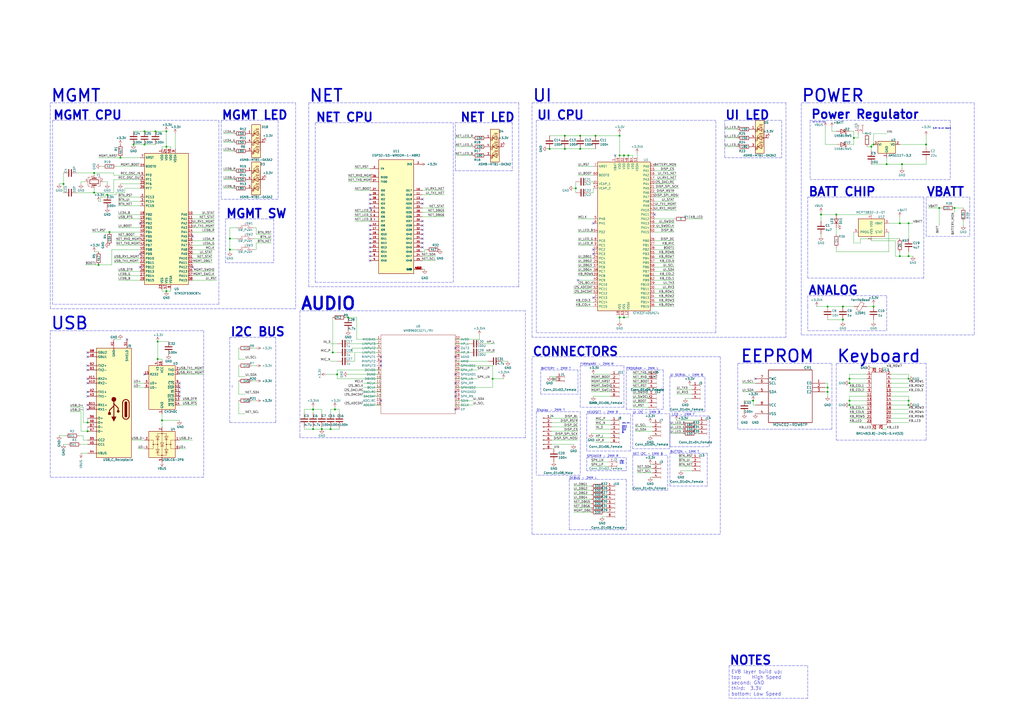
<source format=kicad_sch>
(kicad_sch (version 20211123) (generator eeschema)
  (paper "A2")
  (title_block (title "EV8 - FINN BERG") (date "2023-06-21") (company "CISCO SYSTEMS"))
  (junction (at 492.76 234.95))
  (junction (at 96.52 168.91))
  (junction (at 334.01 109.22))
  (junction (at 506.73 83.82))
  (junction (at 488.95 185.42))
  (junction (at 54.61 111.76))
  (junction (at 133.35 144.78))
  (junction (at 492.76 232.41))
  (junction (at 492.76 219.71))
  (junction (at 537.21 83.82))
  (junction (at 57.15 153.67))
  (junction (at 194.31 237.49))
  (junction (at 523.24 95.25))
  (junction (at 77.47 83.82))
  (junction (at 345.44 78.74))
  (junction (at 336.55 86.36))
  (junction (at 359.41 90.17))
  (junction (at 476.25 124.46))
  (junction (at 133.35 138.43))
  (junction (at 96.52 85.09))
  (junction (at 359.41 184.15))
  (junction (at 521.97 129.54))
  (junction (at 527.05 148.59))
  (junction (at 327.66 78.74))
  (junction (at 181.61 248.92))
  (junction (at 527.05 232.41))
  (junction (at 436.88 232.41))
  (junction (at 181.61 237.49))
  (junction (at 488.95 177.8))
  (junction (at 480.06 224.79))
  (junction (at 361.95 90.17))
  (junction (at 327.66 86.36))
  (junction (at 285.75 219.71))
  (junction (at 50.8 245.11))
  (junction (at 527.05 234.95))
  (junction (at 90.17 76.2))
  (junction (at 336.55 78.74))
  (junction (at 506.73 177.8))
  (junction (at 514.35 95.25))
  (junction (at 480.06 227.33))
  (junction (at 485.14 124.46))
  (junction (at 195.58 217.17))
  (junction (at 505.46 85.09))
  (junction (at 201.93 184.15))
  (junction (at 96.52 76.2))
  (junction (at 62.23 113.03))
  (junction (at 63.5 134.62))
  (junction (at 83.82 76.2))
  (junction (at 521.97 148.59))
  (junction (at 527.05 129.54))
  (junction (at 191.77 248.92))
  (junction (at 553.72 120.65))
  (junction (at 50.8 250.19))
  (junction (at 318.77 86.36))
  (junction (at 193.04 204.47))
  (junction (at 36.83 106.68))
  (junction (at 544.83 120.65))
  (junction (at 93.98 243.84))
  (junction (at 83.82 83.82))
  (junction (at 492.76 222.25))
  (junction (at 495.3 80.01))
  (junction (at 359.41 78.74))
  (junction (at 480.06 177.8))
  (junction (at 527.05 219.71))
  (junction (at 361.95 184.15))
  (junction (at 69.85 91.44))
  (junction (at 364.49 90.17))
  (junction (at 91.44 208.28))
  (junction (at 54.61 100.33))
  (junction (at 91.44 198.12))
  (junction (at 186.69 248.92))
  (no_connect (at 104.14 222.25))
  (no_connect (at 344.17 172.72))
  (no_connect (at 50.8 207.01))
  (no_connect (at 214.63 113.03))
  (no_connect (at 245.11 133.35))
  (no_connect (at 81.28 154.94))
  (no_connect (at 111.76 154.94))
  (no_connect (at 214.63 151.13))
  (no_connect (at 50.8 222.25))
  (no_connect (at 335.28 162.56))
  (no_connect (at 264.16 237.49))
  (no_connect (at 245.11 128.27))
  (no_connect (at 220.98 232.41))
  (no_connect (at 214.63 146.05))
  (no_connect (at 214.63 118.11))
  (no_connect (at 245.11 135.89))
  (no_connect (at 50.8 212.09))
  (no_connect (at 50.8 234.95))
  (no_connect (at 50.8 214.63))
  (no_connect (at 214.63 133.35))
  (no_connect (at 245.11 118.11))
  (no_connect (at 214.63 148.59))
  (no_connect (at 50.8 219.71))
  (no_connect (at 245.11 130.81))
  (no_connect (at 214.63 140.97))
  (no_connect (at 245.11 143.51))
  (no_connect (at 83.82 217.17))
  (no_connect (at 264.16 229.87))
  (no_connect (at 73.66 196.85))
  (no_connect (at 220.98 209.55))
  (no_connect (at 264.16 217.17))
  (no_connect (at 245.11 138.43))
  (no_connect (at 214.63 135.89))
  (no_connect (at 356.87 90.17))
  (no_connect (at 214.63 138.43))
  (no_connect (at 104.14 229.87))
  (no_connect (at 50.8 227.33))
  (no_connect (at 81.28 129.54))
  (no_connect (at 50.8 229.87))
  (no_connect (at 220.98 207.01))
  (no_connect (at 214.63 120.65))
  (no_connect (at 245.11 115.57))
  (no_connect (at 264.16 227.33))
  (no_connect (at 344.17 144.78))
  (no_connect (at 81.28 147.32))
  (no_connect (at 438.15 219.71))
  (no_connect (at 379.73 124.46))
  (no_connect (at 104.14 224.79))
  (no_connect (at 214.63 143.51))
  (no_connect (at 264.16 207.01))
  (no_connect (at 50.8 237.49))
  (no_connect (at 214.63 130.81))
  (no_connect (at 264.16 201.93))
  (no_connect (at 220.98 212.09))
  (no_connect (at 245.11 140.97))
  (no_connect (at 264.16 222.25))
  (no_connect (at 214.63 115.57))
  (no_connect (at 111.76 137.16))
  (no_connect (at 104.14 227.33))
  (no_connect (at 344.17 147.32))
  (no_connect (at 344.17 129.54))
  (no_connect (at 50.8 204.47))
  (wire (pts (xy 492.76 229.87) (xy 492.76 232.41)))
  (wire (pts (xy 492.76 240.03) (xy 502.92 240.03)))
  (wire (pts (xy 505.46 213.36) (xy 508 213.36)))
  (polyline (pts (xy 118.11 276.86) (xy 29.21 276.86)))
  (wire (pts (xy 111.76 160.02) (xy 124.46 160.02)))
  (wire (pts (xy 48.26 236.22) (xy 40.64 236.22)))
  (wire (pts (xy 392.43 243.84) (xy 405.13 243.84)))
  (polyline (pts (xy 410.21 262.89) (xy 410.21 281.94)))
  (wire (pts (xy 245.11 125.73) (xy 257.81 125.73)))
  (polyline (pts (xy 388.62 218.44) (xy 408.94 218.44)))
  (wire (pts (xy 76.2 255.27) (xy 83.82 255.27)))
  (polyline (pts (xy 264.16 71.12) (xy 297.18 71.12)))
  (wire (pts (xy 285.75 212.09) (xy 285.75 219.71)))
  (wire (pts (xy 379.73 132.08) (xy 391.16 132.08)))
  (wire (pts (xy 83.82 83.82) (xy 90.17 83.82)))
  (wire (pts (xy 129.54 99.06) (xy 135.89 99.06)))
  (wire (pts (xy 204.47 201.93) (xy 204.47 204.47)))
  (wire (pts (xy 99.06 168.91) (xy 96.52 168.91)))
  (wire (pts (xy 393.7 267.97) (xy 401.32 267.97)))
  (wire (pts (xy 359.41 184.15) (xy 361.95 184.15)))
  (wire (pts (xy 351.79 287.02) (xy 350.52 287.02)))
  (wire (pts (xy 480.06 224.79) (xy 480.06 227.33)))
  (wire (pts (xy 379.73 129.54) (xy 391.16 129.54)))
  (polyline (pts (xy 308.61 195.58) (xy 308.61 59.69)))
  (wire (pts (xy 482.6 76.2) (xy 485.14 76.2)))
  (wire (pts (xy 148.59 212.09) (xy 146.05 212.09)))
  (wire (pts (xy 544.83 120.65) (xy 544.83 130.81)))
  (wire (pts (xy 332.74 109.22) (xy 334.01 109.22)))
  (wire (pts (xy 111.76 147.32) (xy 123.19 147.32)))
  (polyline (pts (xy 464.82 59.69) (xy 468.63 59.69)))
  (wire (pts (xy 397.51 231.14) (xy 401.32 231.14)))
  (wire (pts (xy 335.28 152.4) (xy 344.17 152.4)))
  (wire (pts (xy 46.99 250.19) (xy 46.99 238.76)))
  (wire (pts (xy 148.59 132.08) (xy 148.59 135.89)))
  (wire (pts (xy 96.52 85.09) (xy 96.52 76.2)))
  (wire (pts (xy 335.28 142.24) (xy 344.17 142.24)))
  (wire (pts (xy 336.55 86.36) (xy 345.44 86.36)))
  (wire (pts (xy 246.38 144.78) (xy 246.38 146.05)))
  (wire (pts (xy 379.73 104.14) (xy 392.43 104.14)))
  (polyline (pts (xy 300.99 166.37) (xy 179.07 166.37)))
  (wire (pts (xy 335.28 149.86) (xy 344.17 149.86)))
  (wire (pts (xy 205.74 97.79) (xy 214.63 97.79)))
  (wire (pts (xy 148.59 135.89) (xy 157.48 135.89)))
  (wire (pts (xy 521.97 138.43) (xy 499.11 138.43)))
  (polyline (pts (xy 336.55 212.09) (xy 361.95 212.09)))
  (polyline (pts (xy 336.55 275.59) (xy 311.15 275.59)))
  (wire (pts (xy 342.9 222.25) (xy 354.33 222.25)))
  (wire (pts (xy 521.97 129.54) (xy 521.97 125.73)))
  (wire (pts (xy 492.76 245.11) (xy 502.92 245.11)))
  (wire (pts (xy 146.05 201.93) (xy 148.59 201.93)))
  (wire (pts (xy 59.69 105.41) (xy 62.23 105.41)))
  (wire (pts (xy 497.84 80.01) (xy 495.3 80.01)))
  (polyline (pts (xy 562.61 114.3) (xy 562.61 137.16)))
  (wire (pts (xy 480.06 185.42) (xy 488.95 185.42)))
  (wire (pts (xy 245.11 123.19) (xy 257.81 123.19)))
  (wire (pts (xy 39.37 257.81) (xy 36.83 257.81)))
  (wire (pts (xy 359.41 182.88) (xy 359.41 184.15)))
  (wire (pts (xy 133.35 138.43) (xy 133.35 144.78)))
  (wire (pts (xy 46.99 262.89) (xy 50.8 262.89)))
  (wire (pts (xy 220.98 217.17) (xy 201.93 217.17)))
  (wire (pts (xy 60.96 113.03) (xy 62.23 113.03)))
  (polyline (pts (xy 565.15 194.31) (xy 464.82 194.31)))
  (wire (pts (xy 101.6 77.47) (xy 101.6 86.36)))
  (wire (pts (xy 193.04 184.15) (xy 193.04 204.47)))
  (wire (pts (xy 210.82 222.25) (xy 220.98 222.25)))
  (polyline (pts (xy 313.69 214.63) (xy 335.28 214.63)))
  (wire (pts (xy 111.76 152.4) (xy 123.19 152.4)))
  (wire (pts (xy 521.97 146.05) (xy 521.97 148.59)))
  (polyline (pts (xy 551.18 69.85) (xy 551.18 104.14)))
  (wire (pts (xy 264.16 209.55) (xy 283.21 209.55)))
  (polyline (pts (xy 421.64 69.85) (xy 453.39 69.85)))
  (wire (pts (xy 245.11 156.21) (xy 246.38 156.21)))
  (wire (pts (xy 191.77 199.39) (xy 195.58 199.39)))
  (polyline (pts (xy 367.03 264.16) (xy 367.03 284.48)))
  (wire (pts (xy 191.77 247.65) (xy 191.77 248.92)))
  (wire (pts (xy 77.47 83.82) (xy 83.82 83.82)))
  (wire (pts (xy 495.3 76.2) (xy 495.3 80.01)))
  (wire (pts (xy 344.17 106.68) (xy 344.17 105.41)))
  (polyline (pts (xy 118.11 191.77) (xy 118.11 276.86)))
  (wire (pts (xy 49.53 105.41) (xy 46.99 105.41)))
  (wire (pts (xy 335.28 162.56) (xy 344.17 162.56)))
  (polyline (pts (xy 304.8 254) (xy 304.8 180.34)))
  (wire (pts (xy 245.11 120.65) (xy 257.81 120.65)))
  (wire (pts (xy 111.76 134.62) (xy 124.46 134.62)))
  (wire (pts (xy 379.73 127) (xy 391.16 127)))
  (wire (pts (xy 327.66 78.74) (xy 336.55 78.74)))
  (wire (pts (xy 176.53 248.92) (xy 181.61 248.92)))
  (wire (pts (xy 369.57 274.32) (xy 378.46 274.32)))
  (wire (pts (xy 45.72 252.73) (xy 48.26 252.73)))
  (wire (pts (xy 379.73 165.1) (xy 391.16 165.1)))
  (wire (pts (xy 342.9102 292.1) (xy 332.74 292.1)))
  (wire (pts (xy 335.28 96.52) (xy 344.17 96.52)))
  (polyline (pts (xy 415.29 193.04) (xy 415.29 69.85)))
  (wire (pts (xy 519.43 148.59) (xy 521.97 148.59)))
  (wire (pts (xy 96.52 85.09) (xy 96.52 86.36)))
  (wire (pts (xy 379.73 101.6) (xy 392.43 101.6)))
  (wire (pts (xy 345.44 256.54) (xy 354.33 256.54)))
  (wire (pts (xy 492.76 227.33) (xy 502.92 227.33)))
  (wire (pts (xy 205.74 110.49) (xy 214.63 110.49)))
  (wire (pts (xy 488.95 177.8) (xy 495.3 177.8)))
  (polyline (pts (xy 535.94 161.29) (xy 468.63 161.29)))
  (wire (pts (xy 523.24 95.25) (xy 523.24 97.79)))
  (wire (pts (xy 345.44 78.74) (xy 359.41 78.74)))
  (wire (pts (xy 544.83 120.65) (xy 546.1 120.65)))
  (wire (pts (xy 34.29 252.73) (xy 38.1 252.73)))
  (wire (pts (xy 476.25 124.46) (xy 485.14 124.46)))
  (wire (pts (xy 394.97 273.05) (xy 401.32 273.05)))
  (polyline (pts (xy 537.21 210.82) (xy 485.14 210.82)))
  (wire (pts (xy 558.8 128.27) (xy 558.8 130.81)))
  (wire (pts (xy 138.43 228.6) (xy 142.24 228.6)))
  (wire (pts (xy 196.85 237.49) (xy 194.31 237.49)))
  (wire (pts (xy 379.73 154.94) (xy 391.16 154.94)))
  (wire (pts (xy 148.59 140.97) (xy 157.48 140.97)))
  (wire (pts (xy 553.72 120.65) (xy 553.72 123.19)))
  (wire (pts (xy 514.35 95.25) (xy 523.24 95.25)))
  (wire (pts (xy 64.77 144.78) (xy 64.77 153.67)))
  (wire (pts (xy 58.42 114.3) (xy 60.96 114.3)))
  (wire (pts (xy 264.16 214.63) (xy 276.86 214.63)))
  (wire (pts (xy 129.54 77.47) (xy 135.89 77.47)))
  (polyline (pts (xy 388.62 259.08) (xy 411.48 259.08)))
  (wire (pts (xy 204.47 201.93) (xy 220.98 201.93)))
  (wire (pts (xy 138.43 218.44) (xy 142.24 218.44)))
  (wire (pts (xy 104.14 234.95) (xy 114.3 234.95)))
  (wire (pts (xy 53.34 134.62) (xy 63.5 134.62)))
  (wire (pts (xy 492.76 234.95) (xy 502.92 234.95)))
  (wire (pts (xy 335.28 139.7) (xy 344.17 139.7)))
  (wire (pts (xy 359.41 90.17) (xy 361.95 90.17)))
  (wire (pts (xy 492.76 232.41) (xy 492.76 234.95)))
  (wire (pts (xy 196.85 237.49) (xy 196.85 240.03)))
  (polyline (pts (xy 330.2 307.34) (xy 363.22 307.34)))
  (wire (pts (xy 111.76 162.56) (xy 125.73 162.56)))
  (wire (pts (xy 334.01 109.22) (xy 334.01 111.76)))
  (polyline (pts (xy 468.63 177.8) (xy 468.63 191.77)))
  (polyline (pts (xy 365.76 261.62) (xy 340.36 261.62)))
  (wire (pts (xy 264.16 212.09) (xy 285.75 212.09)))
  (wire (pts (xy 96.52 167.64) (xy 96.52 168.91)))
  (polyline (pts (xy 161.29 115.57) (xy 128.27 115.57)))
  (polyline (pts (xy 330.2 278.13) (xy 363.22 278.13)))
  (wire (pts (xy 137.16 144.78) (xy 133.35 144.78)))
  (polyline (pts (xy 311.15 238.76) (xy 336.55 238.76)))
  (polyline (pts (xy 388.62 218.44) (xy 388.62 238.76)))
  (wire (pts (xy 359.41 184.15) (xy 359.41 186.69)))
  (wire (pts (xy 210.82 227.33) (xy 220.98 227.33)))
  (polyline (pts (xy 128.27 69.85) (xy 161.29 69.85)))
  (polyline (pts (xy 160.02 245.11) (xy 160.02 195.58)))
  (wire (pts (xy 191.77 237.49) (xy 191.77 240.03)))
  (polyline (pts (xy 464.82 194.31) (xy 464.82 59.69)))
  (wire (pts (xy 478.79 224.79) (xy 480.06 224.79)))
  (polyline (pts (xy 384.81 237.49) (xy 363.22 237.49)))
  (wire (pts (xy 492.76 83.82) (xy 495.3 83.82)))
  (wire (pts (xy 245.11 110.49) (xy 257.81 110.49)))
  (wire (pts (xy 138.43 240.03) (xy 142.24 240.03)))
  (wire (pts (xy 245.11 113.03) (xy 257.81 113.03)))
  (polyline (pts (xy 469.9 69.85) (xy 469.9 104.14)))
  (wire (pts (xy 492.76 232.41) (xy 502.92 232.41)))
  (wire (pts (xy 398.78 127) (xy 407.67 127)))
  (wire (pts (xy 59.69 96.52) (xy 58.42 96.52)))
  (wire (pts (xy 393.7 270.51) (xy 401.32 270.51)))
  (wire (pts (xy 427.99 85.09) (xy 420.37 85.09)))
  (wire (pts (xy 69.85 91.44) (xy 81.28 91.44)))
  (wire (pts (xy 318.77 78.74) (xy 327.66 78.74)))
  (wire (pts (xy 344.17 229.87) (xy 354.33 229.87)))
  (wire (pts (xy 516.89 217.17) (xy 527.05 217.17)))
  (wire (pts (xy 176.53 237.49) (xy 176.53 240.03)))
  (polyline (pts (xy 422.91 386.08) (xy 468.63 386.08)))
  (wire (pts (xy 77.47 222.25) (xy 83.82 222.25)))
  (wire (pts (xy 473.71 177.8) (xy 480.06 177.8)))
  (wire (pts (xy 129.54 87.63) (xy 135.89 87.63)))
  (polyline (pts (xy 363.22 214.63) (xy 384.81 214.63)))
  (wire (pts (xy 67.31 111.76) (xy 67.31 113.03)))
  (polyline (pts (xy 308.61 309.88) (xy 308.61 207.01)))
  (wire (pts (xy 320.04 255.27) (xy 335.28 255.27)))
  (wire (pts (xy 427.99 74.93) (xy 420.37 74.93)))
  (wire (pts (xy 147.32 144.78) (xy 148.59 144.78)))
  (wire (pts (xy 379.73 172.72) (xy 391.16 172.72)))
  (wire (pts (xy 359.41 77.47) (xy 359.41 78.74)))
  (wire (pts (xy 342.9 284.48) (xy 332.74 284.48)))
  (wire (pts (xy 50.8 250.19) (xy 46.99 250.19)))
  (polyline (pts (xy 304.8 180.34) (xy 181.61 180.34)))
  (wire (pts (xy 201.93 105.41) (xy 214.63 105.41)))
  (wire (pts (xy 499.11 138.43) (xy 499.11 140.97)))
  (wire (pts (xy 80.01 260.35) (xy 83.82 260.35)))
  (wire (pts (xy 320.04 245.11) (xy 335.28 245.11)))
  (polyline (pts (xy 342.9 240.03) (xy 365.76 240.03)))
  (wire (pts (xy 334.01 177.8) (xy 344.17 177.8)))
  (wire (pts (xy 207.01 196.85) (xy 220.98 196.85)))
  (wire (pts (xy 320.04 260.35) (xy 321.31 260.35)))
  (wire (pts (xy 137.16 138.43) (xy 133.35 138.43)))
  (wire (pts (xy 361.95 90.17) (xy 364.49 90.17)))
  (wire (pts (xy 205.74 204.47) (xy 205.74 209.55)))
  (wire (pts (xy 345.44 243.84) (xy 354.33 243.84)))
  (wire (pts (xy 93.98 208.28) (xy 93.98 209.55)))
  (wire (pts (xy 274.32 85.09) (xy 264.16 85.09)))
  (wire (pts (xy 210.82 229.87) (xy 220.98 229.87)))
  (wire (pts (xy 203.2 199.39) (xy 220.98 199.39)))
  (wire (pts (xy 81.28 144.78) (xy 64.77 144.78)))
  (polyline (pts (xy 363.22 278.13) (xy 363.22 279.4)))
  (wire (pts (xy 379.73 116.84) (xy 391.16 116.84)))
  (wire (pts (xy 320.04 250.19) (xy 335.28 250.19)))
  (wire (pts (xy 186.69 248.92) (xy 186.69 247.65)))
  (wire (pts (xy 553.72 120.65) (xy 558.8 120.65)))
  (polyline (pts (xy 411.48 259.08) (xy 411.48 241.3)))
  (wire (pts (xy 478.79 222.25) (xy 480.06 222.25)))
  (wire (pts (xy 506.73 77.47) (xy 514.35 77.47)))
  (wire (pts (xy 485.14 132.08) (xy 485.14 135.89)))
  (polyline (pts (xy 367.03 284.48) (xy 387.35 284.48)))
  (wire (pts (xy 318.77 86.36) (xy 327.66 86.36)))
  (wire (pts (xy 49.53 153.67) (xy 57.15 153.67)))
  (polyline (pts (xy 417.83 309.88) (xy 308.61 309.88)))
  (polyline (pts (xy 336.55 236.22) (xy 336.55 212.09)))
  (polyline (pts (xy 297.18 99.06) (xy 264.16 99.06)))
  (wire (pts (xy 181.61 237.49) (xy 176.53 237.49)))
  (wire (pts (xy 67.31 139.7) (xy 81.28 139.7)))
  (wire (pts (xy 320.04 252.73) (xy 335.28 252.73)))
  (polyline (pts (xy 535.94 114.3) (xy 535.94 161.29)))
  (wire (pts (xy 379.73 147.32) (xy 391.16 147.32)))
  (wire (pts (xy 364.49 90.17) (xy 364.49 91.44)))
  (polyline (pts (xy 297.18 71.12) (xy 297.18 99.06)))
  (wire (pts (xy 436.88 234.95) (xy 436.88 232.41)))
  (wire (pts (xy 482.6 73.66) (xy 482.6 76.2)))
  (polyline (pts (xy 453.39 69.85) (xy 453.39 91.44)))
  (wire (pts (xy 68.58 114.3) (xy 81.28 114.3)))
  (wire (pts (xy 521.97 148.59) (xy 527.05 148.59)))
  (wire (pts (xy 68.58 124.46) (xy 81.28 124.46)))
  (wire (pts (xy 521.97 83.82) (xy 537.21 83.82)))
  (wire (pts (xy 207.01 196.85) (xy 207.01 184.15)))
  (wire (pts (xy 506.73 185.42) (xy 506.73 186.69)))
  (wire (pts (xy 186.69 237.49) (xy 181.61 237.49)))
  (wire (pts (xy 186.69 237.49) (xy 186.69 240.03)))
  (wire (pts (xy 344.17 111.76) (xy 341.63 111.76)))
  (wire (pts (xy 505.46 248.92) (xy 508 248.92)))
  (polyline (pts (xy 134.62 223.52) (xy 134.62 224.79)))
  (wire (pts (xy 478.79 73.66) (xy 478.79 83.82)))
  (wire (pts (xy 93.98 243.84) (xy 93.98 247.65)))
  (wire (pts (xy 200.66 184.15) (xy 201.93 184.15)))
  (wire (pts (xy 69.85 106.68) (xy 81.28 106.68)))
  (wire (pts (xy 478.79 227.33) (xy 480.06 227.33)))
  (wire (pts (xy 515.62 129.54) (xy 521.97 129.54)))
  (wire (pts (xy 350.52 281.94) (xy 351.79 281.94)))
  (polyline (pts (xy 485.14 255.27) (xy 537.21 255.27)))
  (wire (pts (xy 480.06 222.25) (xy 480.06 224.79)))
  (wire (pts (xy 83.82 76.2) (xy 90.17 76.2)))
  (wire (pts (xy 516.89 240.03) (xy 527.05 240.03)))
  (wire (pts (xy 91.44 198.12) (xy 97.79 198.12)))
  (wire (pts (xy 500.38 77.47) (xy 502.92 77.47)))
  (wire (pts (xy 492.76 237.49) (xy 502.92 237.49)))
  (wire (pts (xy 195.58 214.63) (xy 220.98 214.63)))
  (wire (pts (xy 243.84 95.25) (xy 245.11 95.25)))
  (polyline (pts (xy 363.22 237.49) (xy 363.22 214.63)))
  (wire (pts (xy 502.92 177.8) (xy 506.73 177.8)))
  (wire (pts (xy 505.46 83.82) (xy 506.73 83.82)))
  (polyline (pts (xy 469.9 69.85) (xy 551.18 69.85)))
  (wire (pts (xy 537.21 78.74) (xy 537.21 83.82)))
  (wire (pts (xy 379.73 157.48) (xy 391.16 157.48)))
  (wire (pts (xy 514.35 91.44) (xy 514.35 95.25)))
  (wire (pts (xy 137.16 132.08) (xy 133.35 132.08)))
  (polyline (pts (xy 468.63 114.3) (xy 535.94 114.3)))
  (wire (pts (xy 205.74 125.73) (xy 214.63 125.73)))
  (wire (pts (xy 379.73 119.38) (xy 392.43 119.38)))
  (wire (pts (xy 514.35 248.92) (xy 511.81 248.92)))
  (wire (pts (xy 516.89 224.79) (xy 527.05 224.79)))
  (wire (pts (xy 332.74 170.18) (xy 344.17 170.18)))
  (wire (pts (xy 69.85 196.85) (xy 66.04 196.85)))
  (wire (pts (xy 393.7 265.43) (xy 401.32 265.43)))
  (wire (pts (xy 205.74 204.47) (xy 220.98 204.47)))
  (wire (pts (xy 318.77 86.36) (xy 317.5 86.36)))
  (wire (pts (xy 245.11 148.59) (xy 252.73 148.59)))
  (wire (pts (xy 361.95 90.17) (xy 361.95 91.44)))
  (wire (pts (xy 492.76 217.17) (xy 502.92 217.17)))
  (wire (pts (xy 377.19 276.86) (xy 378.46 276.86)))
  (wire (pts (xy 196.85 247.65) (xy 196.85 248.92)))
  (wire (pts (xy 505.46 95.25) (xy 514.35 95.25)))
  (wire (pts (xy 54.61 100.33) (xy 54.61 101.6)))
  (polyline (pts (xy 304.8 254) (xy 173.99 254)))
  (wire (pts (xy 138.43 212.09) (xy 138.43 218.44)))
  (wire (pts (xy 93.98 85.09) (xy 96.52 85.09)))
  (wire (pts (xy 344.17 105.41) (xy 341.63 105.41)))
  (wire (pts (xy 44.45 111.76) (xy 54.61 111.76)))
  (wire (pts (xy 342.9 270.51) (xy 353.06 270.51)))
  (wire (pts (xy 193.04 204.47) (xy 195.58 204.47)))
  (wire (pts (xy 492.76 217.17) (xy 492.76 219.71)))
  (wire (pts (xy 147.32 132.08) (xy 148.59 132.08)))
  (wire (pts (xy 495.3 134.62) (xy 495.3 140.97)))
  (wire (pts (xy 99.06 85.09) (xy 96.52 85.09)))
  (wire (pts (xy 66.04 149.86) (xy 81.28 149.86)))
  (wire (pts (xy 93.98 240.03) (xy 93.98 243.84)))
  (polyline (pts (xy 330.2 278.13) (xy 330.2 307.34)))
  (polyline (pts (xy 482.6 210.82) (xy 482.6 248.92)))
  (wire (pts (xy 499.11 140.97) (xy 495.3 140.97)))
  (wire (pts (xy 392.43 226.06) (xy 401.32 226.06)))
  (wire (pts (xy 54.61 109.22) (xy 54.61 111.76)))
  (wire (pts (xy 104.14 260.35) (xy 107.95 260.35)))
  (polyline (pts (xy 427.99 210.82) (xy 482.6 210.82)))
  (wire (pts (xy 334.01 175.26) (xy 344.17 175.26)))
  (wire (pts (xy 538.48 120.65) (xy 544.83 120.65)))
  (wire (pts (xy 516.89 229.87) (xy 527.05 229.87)))
  (wire (pts (xy 438.15 234.95) (xy 436.88 234.95)))
  (wire (pts (xy 66.04 111.76) (xy 54.61 111.76)))
  (polyline (pts (xy 181.61 180.34) (xy 173.99 180.34)))
  (polyline (pts (xy 308.61 207.01) (xy 417.83 207.01)))
  (wire (pts (xy 36.83 106.68) (xy 36.83 111.76)))
  (polyline (pts (xy 537.21 137.16) (xy 537.21 114.3)))
  (wire (pts (xy 320.04 257.81) (xy 332.74 257.81)))
  (wire (pts (xy 369.57 271.78) (xy 378.46 271.78)))
  (polyline (pts (xy 29.21 276.86) (xy 29.21 191.77)))
  (polyline (pts (xy 127 69.85) (xy 127 176.53)))
  (wire (pts (xy 327.66 86.36) (xy 336.55 86.36)))
  (wire (pts (xy 111.76 127) (xy 124.46 127)))
  (wire (pts (xy 205.74 209.55) (xy 203.2 209.55)))
  (wire (pts (xy 342.9 251.46) (xy 354.33 251.46)))
  (wire (pts (xy 502.92 85.09) (xy 505.46 85.09)))
  (wire (pts (xy 57.15 91.44) (xy 69.85 91.44)))
  (wire (pts (xy 356.87 91.44) (xy 356.87 90.17)))
  (wire (pts (xy 264.16 219.71) (xy 276.86 219.71)))
  (wire (pts (xy 99.06 167.64) (xy 99.06 168.91)))
  (polyline (pts (xy 420.37 69.85) (xy 421.64 69.85)))
  (wire (pts (xy 93.98 167.64) (xy 93.98 168.91)))
  (polyline (pts (xy 361.95 236.22) (xy 336.55 236.22)))
  (polyline (pts (xy 128.27 69.85) (xy 128.27 115.57)))
  (wire (pts (xy 204.47 204.47) (xy 203.2 204.47)))
  (wire (pts (xy 36.83 106.68) (xy 34.29 106.68)))
  (wire (pts (xy 516.89 232.41) (xy 527.05 232.41)))
  (wire (pts (xy 210.82 234.95) (xy 220.98 234.95)))
  (wire (pts (xy 369.57 88.9) (xy 369.57 91.44)))
  (wire (pts (xy 359.41 90.17) (xy 359.41 91.44)))
  (wire (pts (xy 148.59 220.98) (xy 146.05 220.98)))
  (wire (pts (xy 90.17 76.2) (xy 96.52 76.2)))
  (polyline (pts (xy 311.15 193.04) (xy 415.29 193.04)))
  (wire (pts (xy 361.95 184.15) (xy 364.49 184.15)))
  (polyline (pts (xy 363.22 265.43) (xy 363.22 273.05)))
  (wire (pts (xy 345.44 254) (xy 354.33 254)))
  (polyline (pts (xy 514.35 171.45) (xy 468.63 171.45)))
  (wire (pts (xy 342.9 219.71) (xy 354.33 219.71)))
  (wire (pts (xy 379.73 144.78) (xy 391.16 144.78)))
  (wire (pts (xy 194.31 237.49) (xy 191.77 237.49)))
  (polyline (pts (xy 311.15 238.76) (xy 311.15 275.59)))
  (wire (pts (xy 77.47 76.2) (xy 83.82 76.2)))
  (wire (pts (xy 44.45 100.33) (xy 54.61 100.33)))
  (polyline (pts (xy 262.89 163.83) (xy 262.89 71.12)))
  (wire (pts (xy 176.53 247.65) (xy 176.53 248.92)))
  (wire (pts (xy 492.76 229.87) (xy 502.92 229.87)))
  (wire (pts (xy 245.11 151.13) (xy 252.73 151.13)))
  (wire (pts (xy 403.86 246.38) (xy 405.13 246.38)))
  (polyline (pts (xy 171.45 179.07) (xy 29.21 179.07)))
  (polyline (pts (xy 485.14 210.82) (xy 485.14 210.82)))
  (wire (pts (xy 181.61 247.65) (xy 181.61 248.92)))
  (wire (pts (xy 379.73 134.62) (xy 391.16 134.62)))
  (wire (pts (xy 264.16 199.39) (xy 271.78 199.39)))
  (wire (pts (xy 332.74 281.94) (xy 342.9 281.94)))
  (polyline (pts (xy 455.93 195.58) (xy 308.61 195.58)))
  (wire (pts (xy 50.8 245.11) (xy 48.26 245.11)))
  (polyline (pts (xy 340.36 273.05) (xy 340.36 265.43)))
  (wire (pts (xy 72.39 111.76) (xy 67.31 111.76)))
  (polyline (pts (xy 514.35 191.77) (xy 514.35 171.45)))
  (wire (pts (xy 48.26 255.27) (xy 50.8 255.27)))
  (polyline (pts (xy 160.02 195.58) (xy 133.35 195.58)))
  (wire (pts (xy 318.77 218.44) (xy 322.58 218.44)))
  (wire (pts (xy 480.06 227.33) (xy 480.06 229.87)))
  (wire (pts (xy 91.44 208.28) (xy 93.98 208.28)))
  (polyline (pts (xy 29.21 191.77) (xy 118.11 191.77)))
  (wire (pts (xy 285.75 219.71) (xy 285.75 224.79)))
  (wire (pts (xy 335.28 127) (xy 344.17 127)))
  (wire (pts (xy 476.25 135.89) (xy 476.25 137.16)))
  (wire (pts (xy 335.28 165.1) (xy 344.17 165.1)))
  (wire (pts (xy 480.06 177.8) (xy 488.95 177.8)))
  (wire (pts (xy 195.58 214.63) (xy 195.58 217.17)))
  (wire (pts (xy 361.95 182.88) (xy 361.95 184.15)))
  (polyline (pts (xy 417.83 207.01) (xy 417.83 309.88)))
  (wire (pts (xy 505.46 85.09) (xy 505.46 87.63)))
  (wire (pts (xy 91.44 198.12) (xy 91.44 208.28)))
  (wire (pts (xy 335.28 101.6) (xy 344.17 101.6)))
  (polyline (pts (xy 133.35 245.11) (xy 160.02 245.11)))
  (wire (pts (xy 91.44 208.28) (xy 91.44 209.55)))
  (wire (pts (xy 66.04 100.33) (xy 54.61 100.33)))
  (polyline (pts (xy 365.76 240.03) (xy 365.76 261.62)))
  (wire (pts (xy 537.21 92.71) (xy 537.21 95.25)))
  (polyline (pts (xy 537.21 114.3) (xy 562.61 114.3)))
  (polyline (pts (xy 388.62 260.35) (xy 367.03 260.35)))
  (polyline (pts (xy 387.35 284.48) (xy 387.35 264.16)))
  (wire (pts (xy 66.04 152.4) (xy 81.28 152.4)))
  (polyline (pts (xy 367.03 264.16) (xy 387.35 264.16)))
  (wire (pts (xy 537.21 83.82) (xy 537.21 85.09)))
  (wire (pts (xy 342.9 297.18) (xy 332.74 297.18)))
  (wire (pts (xy 492.76 224.79) (xy 502.92 224.79)))
  (wire (pts (xy 342.9 224.79) (xy 354.33 224.79)))
  (polyline (pts (xy 311.15 69.85) (xy 415.29 69.85)))
  (wire (pts (xy 516.89 219.71) (xy 527.05 219.71)))
  (wire (pts (xy 111.76 142.24) (xy 124.46 142.24)))
  (wire (pts (xy 66.04 101.6) (xy 81.28 101.6)))
  (wire (pts (xy 195.58 219.71) (xy 220.98 219.71)))
  (polyline (pts (xy 565.15 59.69) (xy 565.15 194.31)))
  (wire (pts (xy 516.89 222.25) (xy 527.05 222.25)))
  (polyline (pts (xy 179.07 166.37) (xy 179.07 59.69)))
  (wire (pts (xy 367.03 231.14) (xy 375.92 231.14)))
  (wire (pts (xy 336.55 78.74) (xy 345.44 78.74)))
  (wire (pts (xy 93.98 168.91) (xy 96.52 168.91)))
  (polyline (pts (xy 453.39 91.44) (xy 420.37 91.44)))
  (wire (pts (xy 68.58 127) (xy 81.28 127)))
  (wire (pts (xy 516.89 237.49) (xy 527.05 237.49)))
  (wire (pts (xy 133.35 132.08) (xy 133.35 138.43)))
  (wire (pts (xy 68.58 162.56) (xy 81.28 162.56)))
  (wire (pts (xy 36.83 100.33) (xy 36.83 106.68)))
  (wire (pts (xy 505.46 139.7) (xy 519.43 139.7)))
  (wire (pts (xy 492.76 219.71) (xy 502.92 219.71)))
  (polyline (pts (xy 171.45 59.69) (xy 171.45 179.07)))
  (wire (pts (xy 527.05 138.43) (xy 527.05 129.54)))
  (wire (pts (xy 379.73 106.68) (xy 391.16 106.68)))
  (wire (pts (xy 247.65 144.78) (xy 246.38 144.78)))
  (wire (pts (xy 379.73 96.52) (xy 392.43 96.52)))
  (wire (pts (xy 68.58 157.48) (xy 81.28 157.48)))
  (wire (pts (xy 403.86 248.92) (xy 405.13 248.92)))
  (wire (pts (xy 345.44 246.38) (xy 354.33 246.38)))
  (wire (pts (xy 485.14 146.05) (xy 515.62 146.05)))
  (wire (pts (xy 320.04 220.98) (xy 322.58 220.98)))
  (wire (pts (xy 350.52 297.18) (xy 351.79 297.18)))
  (polyline (pts (xy 551.18 104.14) (xy 469.9 104.14)))
  (wire (pts (xy 54.61 146.05) (xy 57.15 146.05)))
  (wire (pts (xy 379.73 160.02) (xy 391.16 160.02)))
  (polyline (pts (xy 384.81 214.63) (xy 384.81 237.49)))
  (wire (pts (xy 367.03 90.17) (xy 367.03 91.44)))
  (wire (pts (xy 388.62 248.92) (xy 396.24 248.92)))
  (wire (pts (xy 379.73 170.18) (xy 391.16 170.18)))
  (wire (pts (xy 388.62 251.46) (xy 396.24 251.46)))
  (wire (pts (xy 379.73 152.4) (xy 391.16 152.4)))
  (wire (pts (xy 335.28 160.02) (xy 344.17 160.02)))
  (polyline (pts (xy 173.99 254) (xy 173.99 252.73)))
  (wire (pts (xy 68.58 116.84) (xy 81.28 116.84)))
  (polyline (pts (xy 468.63 171.45) (xy 468.63 177.8)))
  (wire (pts (xy 342.9 287.02) (xy 332.74 287.02)))
  (wire (pts (xy 148.59 232.41) (xy 146.05 232.41)))
  (wire (pts (xy 516.89 245.11) (xy 527.05 245.11)))
  (wire (pts (xy 66.04 101.6) (xy 66.04 100.33)))
  (wire (pts (xy 523.24 95.25) (xy 537.21 95.25)))
  (polyline (pts (xy 485.14 210.82) (xy 485.14 255.27)))
  (wire (pts (xy 104.14 217.17) (xy 118.11 217.17)))
  (wire (pts (xy 492.76 76.2) (xy 495.3 76.2)))
  (wire (pts (xy 476.25 123.19) (xy 476.25 124.46)))
  (polyline (pts (xy 130.81 152.4) (xy 130.81 127)))
  (wire (pts (xy 335.28 157.48) (xy 344.17 157.48)))
  (wire (pts (xy 488.95 185.42) (xy 488.95 186.69)))
  (wire (pts (xy 264.16 232.41) (xy 274.32 232.41)))
  (polyline (pts (xy 408.94 238.76) (xy 408.94 218.44)))
  (wire (pts (xy 379.73 109.22) (xy 393.7 109.22)))
  (polyline (pts (xy 427.99 248.92) (xy 427.99 210.82)))
  (wire (pts (xy 342.9 227.33) (xy 354.33 227.33)))
  (wire (pts (xy 367.03 217.17) (xy 375.92 217.17)))
  (wire (pts (xy 359.41 78.74) (xy 359.41 90.17)))
  (wire (pts (xy 379.73 167.64) (xy 391.16 167.64)))
  (polyline (pts (xy 468.63 191.77) (xy 514.35 191.77)))
  (wire (pts (xy 111.76 149.86) (xy 123.19 149.86)))
  (wire (pts (xy 67.31 113.03) (xy 62.23 113.03)))
  (wire (pts (xy 335.28 154.94) (xy 344.17 154.94)))
  (wire (pts (xy 63.5 134.62) (xy 81.28 134.62)))
  (polyline (pts (xy 455.93 59.69) (xy 455.93 195.58)))
  (wire (pts (xy 181.61 237.49) (xy 181.61 240.03)))
  (wire (pts (xy 351.79 294.64) (xy 350.6392 294.64)))
  (polyline (pts (xy 340.36 265.43) (xy 363.22 265.43)))
  (polyline (pts (xy 30.48 69.85) (xy 127 69.85)))
  (wire (pts (xy 46.99 257.81) (xy 50.8 257.81)))
  (polyline (pts (xy 367.03 260.35) (xy 367.03 240.03)))
  (wire (pts (xy 66.04 104.14) (xy 66.04 111.76)))
  (wire (pts (xy 93.98 86.36) (xy 93.98 85.09)))
  (wire (pts (xy 68.58 137.16) (xy 81.28 137.16)))
  (wire (pts (xy 46.99 105.41) (xy 46.99 106.68)))
  (wire (pts (xy 246.38 146.05) (xy 245.11 146.05)))
  (wire (pts (xy 62.23 105.41) (xy 62.23 106.68)))
  (wire (pts (xy 364.49 90.17) (xy 367.03 90.17)))
  (wire (pts (xy 436.88 232.41) (xy 431.8 232.41)))
  (wire (pts (xy 129.54 104.14) (xy 135.89 104.14)))
  (wire (pts (xy 403.86 251.46) (xy 405.13 251.46)))
  (wire (pts (xy 181.61 248.92) (xy 186.69 248.92)))
  (wire (pts (xy 514.35 213.36) (xy 511.81 213.36)))
  (polyline (pts (xy 468.63 161.29) (xy 468.63 114.3)))
  (wire (pts (xy 264.16 234.95) (xy 274.32 234.95)))
  (wire (pts (xy 57.15 153.67) (xy 64.77 153.67)))
  (wire (pts (xy 367.03 222.25) (xy 375.92 222.25)))
  (wire (pts (xy 367.03 233.68) (xy 375.92 233.68)))
  (polyline (pts (xy 537.21 255.27) (xy 537.21 210.82)))
  (wire (pts (xy 68.58 119.38) (xy 81.28 119.38)))
  (polyline (pts (xy 388.62 262.89) (xy 410.21 262.89)))
  (wire (pts (xy 377.19 252.73) (xy 378.46 252.73)))
  (wire (pts (xy 343.0192 294.64) (xy 332.74 294.64)))
  (wire (pts (xy 364.49 182.88) (xy 364.49 184.15)))
  (wire (pts (xy 129.54 109.22) (xy 135.89 109.22)))
  (wire (pts (xy 138.43 201.93) (xy 138.43 208.28)))
  (polyline (pts (xy 173.99 180.34) (xy 173.99 252.73)))
  (wire (pts (xy 527.05 146.05) (xy 527.05 148.59)))
  (wire (pts (xy 485.14 124.46) (xy 505.46 124.46)))
  (polyline (pts (xy 388.62 240.03) (xy 388.62 260.35)))
  (wire (pts (xy 379.73 121.92) (xy 392.43 121.92)))
  (wire (pts (xy 527.05 217.17) (xy 527.05 219.71)))
  (polyline (pts (xy 422.91 386.08) (xy 422.91 405.13)))
  (polyline (pts (xy 182.88 163.83) (xy 262.89 163.83)))
  (wire (pts (xy 351.79 284.48) (xy 350.52 284.48)))
  (wire (pts (xy 278.13 196.85) (xy 278.13 194.31)))
  (wire (pts (xy 379.73 162.56) (xy 391.16 162.56)))
  (wire (pts (xy 46.99 238.76) (xy 40.64 238.76)))
  (wire (pts (xy 68.58 160.02) (xy 81.28 160.02)))
  (wire (pts (xy 111.76 144.78) (xy 124.46 144.78)))
  (polyline (pts (xy 29.21 179.07) (xy 29.21 59.69)))
  (polyline (pts (xy 133.35 195.58) (xy 133.35 245.11)))
  (polyline (pts (xy 340.36 240.03) (xy 342.9 240.03)))
  (polyline (pts (xy 264.16 99.06) (xy 264.16 71.12)))
  (wire (pts (xy 111.76 129.54) (xy 124.46 129.54)))
  (polyline (pts (xy 420.37 91.44) (xy 420.37 69.85)))
  (wire (pts (xy 478.79 83.82) (xy 485.14 83.82)))
  (polyline (pts (xy 367.03 240.03) (xy 388.62 240.03)))
  (wire (pts (xy 519.43 139.7) (xy 519.43 148.59)))
  (wire (pts (xy 529.59 148.59) (xy 527.05 148.59)))
  (wire (pts (xy 194.31 237.49) (xy 194.31 236.22)))
  (wire (pts (xy 485.14 146.05) (xy 485.14 143.51)))
  (polyline (pts (xy 313.69 228.6) (xy 313.69 214.63)))
  (wire (pts (xy 99.06 86.36) (xy 99.06 85.09)))
  (wire (pts (xy 320.04 247.65) (xy 335.28 247.65)))
  (polyline (pts (xy 182.88 71.12) (xy 182.88 163.83)))
  (wire (pts (xy 111.76 139.7) (xy 124.46 139.7)))
  (wire (pts (xy 527.05 129.54) (xy 529.59 129.54)))
  (wire (pts (xy 191.77 204.47) (xy 193.04 204.47)))
  (polyline (pts (xy 410.21 281.94) (xy 388.62 281.94)))
  (wire (pts (xy 351.79 289.56) (xy 350.52 289.56)))
  (wire (pts (xy 379.73 175.26) (xy 391.16 175.26)))
  (wire (pts (xy 342.9 267.97) (xy 353.06 267.97)))
  (wire (pts (xy 67.31 96.52) (xy 81.28 96.52)))
  (wire (pts (xy 497.84 77.47) (xy 497.84 80.01)))
  (wire (pts (xy 379.73 139.7) (xy 391.16 139.7)))
  (wire (pts (xy 191.77 209.55) (xy 195.58 209.55)))
  (polyline (pts (xy 182.88 71.12) (xy 262.89 71.12)))
  (polyline (pts (xy 468.63 59.69) (xy 565.15 59.69)))
  (wire (pts (xy 379.73 114.3) (xy 393.7 114.3)))
  (wire (pts (xy 205.74 128.27) (xy 214.63 128.27)))
  (wire (pts (xy 72.39 109.22) (xy 81.28 109.22)))
  (wire (pts (xy 527.05 129.54) (xy 521.97 129.54)))
  (wire (pts (xy 334.01 105.41) (xy 334.01 109.22)))
  (polyline (pts (xy 29.21 59.69) (xy 171.45 59.69)))
  (wire (pts (xy 345.44 248.92) (xy 354.33 248.92)))
  (wire (pts (xy 379.73 177.8) (xy 391.16 177.8)))
  (polyline (pts (xy 388.62 238.76) (xy 408.94 238.76)))
  (polyline (pts (xy 161.29 69.85) (xy 161.29 115.57)))
  (polyline (pts (xy 562.61 137.16) (xy 537.21 137.16)))
  (wire (pts (xy 111.76 132.08) (xy 124.46 132.08)))
  (wire (pts (xy 57.15 116.84) (xy 58.42 116.84)))
  (wire (pts (xy 515.62 146.05) (xy 515.62 134.62)))
  (wire (pts (xy 48.26 245.11) (xy 48.26 236.22)))
  (polyline (pts (xy 308.61 59.69) (xy 455.93 59.69)))
  (wire (pts (xy 516.89 227.33) (xy 527.05 227.33)))
  (polyline (pts (xy 340.36 261.62) (xy 340.36 240.03)))
  (wire (pts (xy 104.14 214.63) (xy 118.11 214.63)))
  (wire (pts (xy 320.04 242.57) (xy 335.28 242.57)))
  (wire (pts (xy 377.19 269.24) (xy 378.46 269.24)))
  (wire (pts (xy 388.62 246.38) (xy 396.24 246.38)))
  (wire (pts (xy 367.03 219.71) (xy 375.92 219.71)))
  (wire (pts (xy 379.73 142.24) (xy 391.16 142.24)))
  (wire (pts (xy 430.53 227.33) (xy 438.15 227.33)))
  (wire (pts (xy 368.3 250.19) (xy 378.46 250.19)))
  (wire (pts (xy 104.14 232.41) (xy 114.3 232.41)))
  (wire (pts (xy 505.46 83.82) (xy 505.46 85.09)))
  (wire (pts (xy 181.61 237.49) (xy 181.61 236.22)))
  (wire (pts (xy 430.53 222.25) (xy 438.15 222.25)))
  (wire (pts (xy 506.73 83.82) (xy 506.73 77.47)))
  (wire (pts (xy 527.05 229.87) (xy 527.05 232.41)))
  (wire (pts (xy 285.75 219.71) (xy 292.1 219.71)))
  (wire (pts (xy 48.26 252.73) (xy 48.26 255.27)))
  (polyline (pts (xy 179.07 59.69) (xy 300.99 59.69)))
  (polyline (pts (xy 127 176.53) (xy 30.48 176.53)))
  (polyline (pts (xy 361.95 212.09) (xy 361.95 236.22)))
  (wire (pts (xy 201.93 184.15) (xy 207.01 184.15)))
  (wire (pts (xy 147.32 138.43) (xy 157.48 138.43)))
  (wire (pts (xy 148.59 144.78) (xy 148.59 140.97)))
  (polyline (pts (xy 363.22 307.34) (xy 363.22 279.4)))
  (wire (pts (xy 138.43 208.28) (xy 142.24 208.28)))
  (wire (pts (xy 290.83 209.55) (xy 294.64 209.55)))
  (wire (pts (xy 111.76 157.48) (xy 124.46 157.48)))
  (polyline (pts (xy 388.62 281.94) (xy 388.62 262.89)))
  (wire (pts (xy 195.58 217.17) (xy 189.23 217.17)))
  (wire (pts (xy 274.32 80.01) (xy 264.16 80.01)))
  (polyline (pts (xy 158.75 127) (xy 158.75 152.4)))
  (polyline (pts (xy 411.48 241.3) (xy 388.62 241.3)))
  (wire (pts (xy 72.39 109.22) (xy 72.39 111.76)))
  (wire (pts (xy 111.76 124.46) (xy 124.46 124.46)))
  (wire (pts (xy 527.05 232.41) (xy 527.05 234.95)))
  (wire (pts (xy 495.3 80.01) (xy 495.3 83.82)))
  (wire (pts (xy 492.76 242.57) (xy 502.92 242.57)))
  (wire (pts (xy 264.16 196.85) (xy 278.13 196.85)))
  (wire (pts (xy 349.25 299.72) (xy 351.79 299.72)))
  (wire (pts (xy 195.58 217.17) (xy 195.58 219.71)))
  (wire (pts (xy 274.32 90.17) (xy 264.16 90.17)))
  (wire (pts (xy 104.14 255.27) (xy 111.76 255.27)))
  (wire (pts (xy 367.03 224.79) (xy 375.92 224.79)))
  (wire (pts (xy 77.47 224.79) (xy 83.82 224.79)))
  (wire (pts (xy 379.73 111.76) (xy 391.16 111.76)))
  (wire (pts (xy 344.17 109.22) (xy 344.17 111.76)))
  (polyline (pts (xy 363.22 273.05) (xy 361.95 273.05)))
  (wire (pts (xy 392.43 228.6) (xy 401.32 228.6)))
  (wire (pts (xy 50.8 247.65) (xy 50.8 250.19)))
  (wire (pts (xy 129.54 82.55) (xy 135.89 82.55)))
  (polyline (pts (xy 468.63 386.08) (xy 468.63 405.13)))
  (wire (pts (xy 516.89 234.95) (xy 527.05 234.95)))
  (polyline (pts (xy 335.28 228.6) (xy 313.69 228.6)))
  (wire (pts (xy 344.17 217.17) (xy 354.33 217.17)))
  (wire (pts (xy 367.03 228.6) (xy 375.92 228.6)))
  (wire (pts (xy 133.35 144.78) (xy 133.35 146.05)))
  (wire (pts (xy 264.16 204.47) (xy 271.78 204.47)))
  (wire (pts (xy 377.19 245.11) (xy 378.46 245.11)))
  (polyline (pts (xy 311.15 69.85) (xy 311.15 193.04)))
  (polyline (pts (xy 468.63 405.13) (xy 422.91 405.13)))
  (wire (pts (xy 379.73 99.06) (xy 391.16 99.06)))
  (wire (pts (xy 368.3 247.65) (xy 378.46 247.65)))
  (wire (pts (xy 264.16 224.79) (xy 285.75 224.79)))
  (wire (pts (xy 66.04 104.14) (xy 81.28 104.14)))
  (wire (pts (xy 506.73 176.53) (xy 506.73 177.8)))
  (wire (pts (xy 138.43 220.98) (xy 138.43 228.6)))
  (polyline (pts (xy 336.55 238.76) (xy 336.55 275.59)))
  (wire (pts (xy 50.8 242.57) (xy 50.8 245.11)))
  (wire (pts (xy 58.42 116.84) (xy 58.42 114.3)))
  (polyline (pts (xy 130.81 127) (xy 158.75 127)))
  (wire (pts (xy 196.85 248.92) (xy 191.77 248.92)))
  (polyline (pts (xy 335.28 214.63) (xy 335.28 228.6)))
  (wire (pts (xy 342.9 289.56) (xy 332.74 289.56)))
  (wire (pts (xy 400.05 223.52) (xy 401.32 223.52)))
  (wire (pts (xy 427.99 80.01) (xy 420.37 80.01)))
  (wire (pts (xy 379.73 149.86) (xy 391.16 149.86)))
  (wire (pts (xy 332.74 167.64) (xy 344.17 167.64)))
  (wire (pts (xy 476.25 124.46) (xy 476.25 128.27)))
  (wire (pts (xy 191.77 248.92) (xy 186.69 248.92)))
  (wire (pts (xy 68.58 132.08) (xy 81.28 132.08)))
  (wire (pts (xy 138.43 232.41) (xy 138.43 240.03)))
  (polyline (pts (xy 482.6 248.92) (xy 427.99 248.92)))
  (wire (pts (xy 279.4 199.39) (xy 287.02 199.39)))
  (wire (pts (xy 67.31 142.24) (xy 81.28 142.24)))
  (wire (pts (xy 492.76 222.25) (xy 502.92 222.25)))
  (polyline (pts (xy 388.62 241.3) (xy 388.62 259.08)))
  (polyline (pts (xy 158.75 152.4) (xy 130.81 152.4)))
  (wire (pts (xy 516.89 242.57) (xy 527.05 242.57)))
  (wire (pts (xy 205.74 123.19) (xy 214.63 123.19)))
  (wire (pts (xy 492.76 219.71) (xy 492.76 222.25)))
  (wire (pts (xy 367.03 236.22) (xy 375.92 236.22)))
  (polyline (pts (xy 300.99 59.69) (xy 300.99 166.37)))
  (wire (pts (xy 279.4 204.47) (xy 287.02 204.47)))
  (polyline (pts (xy 30.48 69.85) (xy 30.48 176.53)))
  (wire (pts (xy 351.79 292.1) (xy 350.5302 292.1)))
  (wire (pts (xy 60.96 114.3) (xy 60.96 113.03)))
  (wire (pts (xy 93.98 243.84) (xy 104.14 243.84)))
  (wire (pts (xy 335.28 134.62) (xy 344.17 134.62)))
  (polyline (pts (xy 361.95 273.05) (xy 340.36 273.05)))
  (wire (pts (xy 201.93 102.87) (xy 214.63 102.87)))
  (wire (pts (xy 210.82 224.79) (xy 220.98 224.79)))
  (text "MGMT " (at 29.21 59.69 0) (effects (font (size 7 7) (thickness 1) bold) (justify left bottom)))
  (text "VBATT" (at 537.21 114.3 0) (effects (font (size 5 5) bold) (justify left bottom)))
  (text "SPEAKER - 2MM R\n" (at 340.36 265.43 0) (effects (font (size 1.27 1.27)) (justify left bottom)))
  (text "UI\n" (at 308.61 59.69 0) (effects (font (size 7 7) (thickness 1) bold) (justify left bottom)))
  (text "NET CPU" (at 182.88 71.12 0) (effects (font (size 5 5) (thickness 1) bold) (justify left bottom)))
  (text "MGMT CPU" (at 30.48 69.85 0) (effects (font (size 5 5) (thickness 1) bold) (justify left bottom)))
  (text "BATT CHIP" (at 468.63 114.3 0) (effects (font (size 5 5) (thickness 1) bold) (justify left bottom)))
  (text "NET" (at 179.07 59.69 0) (effects (font (size 7 7) (thickness 1) bold) (justify left bottom)))
  (text "POWER\n" (at 501.65 59.69 180) (effects (font (size 7 7) (thickness 1) bold) (justify right bottom)))
  (text "PROGRAM - 2MM L\n" (at 363.22 214.63 0) (effects (font (size 1.27 1.27)) (justify left bottom)))
  (text "CONNECTORS" (at 308.61 207.01 0) (effects (font (size 5 5) (thickness 1) bold) (justify left bottom)))
  (text "3.3V to all board" (at 541.02 74.93 0) (effects (font (size 0.8 0.8)) (justify left bottom)))
  (text "NET LED" (at 266.7 71.12 0) (effects (font (size 5 5) (thickness 1) bold) (justify left bottom)))
  (text "UI CPU" (at 311.15 69.85 0) (effects (font (size 5 5) (thickness 1) bold) (justify left bottom)))
  (text "HEADSET - 2MM R\n" (at 340.36 240.03 0) (effects (font (size 1.27 1.27)) (justify left bottom)))
  (text "BATTERY - 2MM T" (at 313.69 214.63 0) (effects (font (size 1.27 1.27)) (justify left bottom)))
  (text "BUTTON - 1MM T" (at 388.62 262.89 0) (effects (font (size 1.27 1.27)) (justify left bottom)))
  (text "EV8 layer build up:\ntop:    High Speed\nsecond: GND\nthird:  3.3V\nbottom: Low Speed" (at 424.18 403.86 0) (effects (font (size 2 2)) (justify left bottom)))
  (text "LABEL: 1MM\n\n1:MIC_P\n2:MIC_N\n3:IN_3\n4:GND\n5:L\n6:R" (at 360.68 251.46 0) (effects (font (size 0.5 0.5)) (justify left bottom)))
  (text "AUDIO\n" (at 173.99 180.34 0) (effects (font (size 7 7) bold) (justify left bottom)))
  (text "MGMT SW\n" (at 130.81 127 0) (effects (font (size 5 5) (thickness 1) bold) (justify left bottom)))
  (text "UI SERIAL - 1MM B" (at 388.62 218.44 0) (effects (font (size 1.27 1.27)) (justify left bottom)))
  (text "EEPROM" (at 429.26 210.82 0) (effects (font (size 7 7) (thickness 1) bold) (justify left bottom)))
  (text "UI I2C - 1MM B" (at 367.03 240.03 0) (effects (font (size 1.27 1.27)) (justify left bottom)))
  (text "I2C BUS" (at 133.35 195.58 0) (effects (font (size 5 5) bold) (justify left bottom)))
  (text "FIRMWARE - 2MM R\n" (at 336.55 212.09 0) (effects (font (size 1.27 1.27)) (justify left bottom)))
  (text "USB" (at 29.21 191.77 0) (effects (font (size 7 7) (thickness 1) bold) (justify left bottom)))
  (text "VBUS from USB-C (5.0V)" (at 471.17 71.12 0) (effects (font (size 0.4 0.4)) (justify left bottom)))
  (text "MGMT LED\n" (at 128.27 69.85 0) (effects (font (size 5 5) (thickness 1) bold) (justify left bottom)))
  (text "LABEL:\n1: SP-\n2: SP+" (at 359.41 269.24 0) (effects (font (size 0.5 0.5)) (justify left bottom)))
  (text "LED - 1MM T\n" (at 389.89 241.3 0) (effects (font (size 1.27 1.27)) (justify left bottom)))
  (text "NOTES" (at 422.91 386.08 0) (effects (font (size 5 5) (thickness 1) bold) (justify left bottom)))
  (text "Power Regulator\n\n" (at 533.4 77.47 180) (effects (font (size 5 5) (thickness 1) bold) (justify right bottom)))
  (text "Keyboard" (at 485.14 210.82 0) (effects (font (size 7 7) (thickness 1) bold) (justify left bottom)))
  (text "Display - 2MM T" (at 311.15 238.76 0) (effects (font (size 1.27 1.27)) (justify left bottom)))
  (text "DEBUG - 2MM L" (at 330.2 278.13 0) (effects (font (size 1.27 1.27)) (justify left bottom)))
  (text "UI LED\n" (at 420.37 69.85 0) (effects (font (size 5 5) (thickness 1) bold) (justify left bottom)))
  (text "NET I2C - 1MM B\n" (at 367.03 264.16 0) (effects (font (size 1.27 1.27)) (justify left bottom)))
  (text "ANALOG" (at 468.63 171.45 0) (effects (font (size 5 5) (thickness 1) bold) (justify left bottom)))
  (label "NET_TX0_MGMT" (at 367.03 217.17 0))
  (label "KB_ROW3" (at 527.05 237.49 0))
  (label "KB_LED" (at 505.46 248.92 180))
  (label "KB_COL5" (at 492.76 240.03 0))
  (label "UD+" (at 77.47 222.25 0))
  (label "USB_RTS" (at 68.58 127 0))
  (label "NET_SDA" (at 142.24 228.6 0))
  (label "KB_ROW2" (at 391.16 172.72 180))
  (label "HP_R" (at 287.02 204.47 180))
  (label "UI_LED_R" (at 420.37 74.93 0))
  (label "KB_COL2" (at 492.76 227.33 0))
  (label "UI_DBG3" (at 335.28 154.94 0))
  (label "UI_LED_B" (at 388.62 246.38 0))
  (label "I2S_DACDAT" (at 210.82 229.87 180))
  (label "LEDA_R" (at 129.54 77.47 0))
  (label "DISP_SPI_MOSI" (at 335.28 255.27 180))
  (label "SPK_LN" (at 276.86 219.71 0))
  (label "UI_DBG3" (at 332.74 287.02 0))
  (label "NET_RX0_MGMT" (at 367.03 219.71 0))
  (label "UI_TX1_NET" (at 257.81 113.03 180))
  (label "UI_BOOT" (at 335.28 101.6 0))
  (label "MGMT_NRST" (at 57.15 91.44 0))
  (label "MIC_N" (at 191.77 209.55 180))
  (label "KB_ROW6" (at 527.05 242.57 0))
  (label "IN_3" (at 191.77 199.39 180))
  (label "NET_DBG6" (at 332.74 294.64 0))
  (label "NET_DBG5" (at 332.74 292.1 0))
  (label "UD+" (at 107.95 260.35 180))
  (label "KB_ROW2" (at 527.05 224.79 0))
  (label "MIC_P" (at 191.77 204.47 180))
  (label "HP_R" (at 345.44 256.54 0))
  (label "BOOT1" (at 49.53 153.67 0))
  (label "UI_SCL" (at 368.3 247.65 0))
  (label "SPK_LN" (at 342.9 267.97 0))
  (label "LEDB_B" (at 68.58 162.56 0))
  (label "UI_TX1_MGMT" (at 392.43 119.38 180))
  (label "UI_LED_R" (at 335.28 142.24 0))
  (label "UI_TX1_NET" (at 392.43 101.6 180))
  (label "NET_SCL" (at 252.73 151.13 180))
  (label "UI_DBG2" (at 335.28 152.4 0))
  (label "BATT" (at 320.04 220.98 0))
  (label "BOOT1" (at 391.16 144.78 180))
  (label "DISP_BL" (at 391.16 134.62 180))
  (label "UI_STAT" (at 123.19 147.32 180))
  (label "UI_DBG1" (at 335.28 149.86 0))
  (label "LEDA_B" (at 129.54 87.63 0))
  (label "BTN_NET" (at 68.58 119.38 0))
  (label "UI_RST" (at 125.73 162.56 180))
  (label "KB_COL1" (at 492.76 224.79 0))
  (label "UI_RX3" (at 391.16 167.64 180))
  (label "BTN_NET" (at 157.48 140.97 180))
  (label "USB_RX1_MGMT" (at 66.04 149.86 0))
  (label "UI_LED_R" (at 388.62 251.46 0))
  (label "NET_RST" (at 367.03 224.79 0))
  (label "KB_ROW4" (at 391.16 177.8 180))
  (label "MGMT_NRST" (at 342.9 222.25 0))
  (label "DISP_BL" (at 335.28 242.57 180))
  (label "BATTERY_MON" (at 553.72 123.19 270))
  (label "UI_SDA" (at 391.16 157.48 180))
  (label "RCC_OSC_OUT" (at 68.58 104.14 0))
  (label "NET_TX0_MGMT" (at 201.93 105.41 0))
  (label "UI_SWDIO" (at 391.16 129.54 180))
  (label "UI_SCL" (at 391.16 154.94 180))
  (label "NET_SCL" (at 142.24 240.03 0))
  (label "NET_SDA" (at 252.73 148.59 180))
  (label "VIN" (at 321.31 260.35 0))
  (label "BTN_UI" (at 157.48 138.43 180))
  (label "UI_SCL" (at 274.32 234.95 0))
  (label "USB_D+" (at 40.64 236.22 0))
  (label "MGMT_BOOT" (at 342.9 219.71 0))
  (label "I2S_ADCDAT" (at 332.74 167.64 0))
  (label "USB_D-" (at 40.64 238.76 0))
  (label "BTN_RST" (at 157.48 135.89 180))
  (label "UI_DBG1" (at 332.74 281.94 0))
  (label "I2S_ADCDAT" (at 210.82 234.95 180))
  (label "KB_ROW4" (at 527.05 240.03 0))
  (label "USB_DTR" (at 114.3 232.41 180))
  (label "UI_RX1_MGMT" (at 124.46 129.54 180))
  (label "UI_SDA" (at 142.24 218.44 0))
  (label "BTN_RST" (at 68.58 114.3 0))
  (label "BTN_UI" (at 68.58 116.84 0))
  (label "KB_COL2" (at 391.16 160.02 180))
  (label "UI_RX1_MGMT" (at 392.43 121.92 180))
  (label "NET_LED_R" (at 205.74 123.19 0))
  (label "NET_RST" (at 205.74 97.79 0))
  (label "NET_LED_G" (at 264.16 85.09 0))
  (label "BTN_RST" (at 393.7 265.43 0))
  (label "DISP_RSTR" (at 335.28 245.11 180))
  (label "UI_SCL" (at 142.24 208.28 0))
  (label "MGMT_DBG7" (at 332.74 297.18 0))
  (label "NET_DBG6" (at 257.81 125.73 180))
  (label "UI_RST" (at 367.03 236.22 0))
  (label "KB_COL5" (at 391.16 152.4 180))
  (label "UI_DBG4" (at 332.74 289.56 0))
  (label "KB_LED" (at 527.05 245.11 0))
  (label "BTN_UI" (at 393.7 267.97 0))
  (label "UI_SDA" (at 274.32 232.41 0))
  (label "UI_TX3" (at 392.43 226.06 0))
  (label "KB_COL4" (at 492.76 237.49 0))
  (label "UI_TX3" (at 391.16 165.1 180))
  (label "DISP_CS" (at 391.16 99.06 180))
  (label "NET_SCL" (at 369.57 274.32 0))
  (label "UI_LED_B" (at 420.37 85.09 0))
  (label "KB_LED" (at 492.76 245.11 0))
  (label "MCLK" (at 335.28 127 0))
  (label "USB_D+" (at 111.76 255.27 180))
  (label "MGMT_DBG7" (at 123.19 152.4 180))
  (label "UD-" (at 80.01 260.35 0))
  (label "I2S_BCLK" (at 335.28 165.1 0))
  (label "LEDA_R" (at 124.46 139.7 180))
  (label "USB_TX1_MGMT" (at 66.04 152.4 0))
  (label "UI_RX3" (at 392.43 228.6 0))
  (label "BTN_NET" (at 393.7 270.51 0))
  (label "KB_COL1" (at 391.16 162.56 180))
  (label "UI_SDA" (at 430.53 227.33 0))
  (label "KB_ROW1" (at 391.16 170.18 180))
  (label "KB_COL4" (at 334.01 177.8 0))
  (label "LEDA_G" (at 124.46 142.24 180))
  (label "VBATT" (at 538.48 120.65 0))
  (label "KB_ROW6" (at 391.16 147.32 180))
  (label "UI_RX1_NET" (at 392.43 104.14 180))
  (label "I2S_DACLRC" (at 210.82 227.33 180))
  (label "USB_RTS" (at 114.3 234.95 180))
  (label "LEDB_B" (at 129.54 109.22 0))
  (label "LEDB_G" (at 129.54 104.14 0))
  (label "DISP_CS" (at 335.28 250.19 180))
  (label "NET_STAT" (at 124.46 127 180))
  (label "UI_STAT" (at 124.46 124.46 180))
  (label "NET_STAT" (at 257.81 120.65 180))
  (label "KB_ROW5" (at 335.28 160.02 0))
  (label "NET_LED_B" (at 205.74 128.27 0))
  (label "UI_BOOT" (at 367.03 233.68 0))
  (label "KB_ROW3" (at 391.16 175.26 180))
  (label "NET_RX0_MGMT" (at 67.31 139.7 0))
  (label "KB_ROW7" (at 514.35 213.36 0))
  (label "HP_L" (at 287.02 199.39 180))
  (label "USB_RX1_MGMT" (at 118.11 217.17 180))
  (label "DISP_DC" (at 391.16 139.7 180))
  (label "UI_DBG4" (at 335.28 157.48 0))
  (label "NET_LED_B" (at 264.16 90.17 0))
  (label "KB_ROW7" (at 391.16 149.86 180))
  (label "LEDB_R" (at 129.54 99.06 0))
  (label "VIN" (at 514.35 77.47 0))
  (label "KB_COL3" (at 527.05 227.33 0))
  (label "NET_BOOT" (at 68.58 137.16 0))
  (label "KB_COL3" (at 334.01 175.26 0))
  (label "MCLK" (at 210.82 222.25 180))
  (label "NET_SDA" (at 369.57 271.78 0))
  (label "UI_RX1_NET" (at 257.81 110.49 180))
  (label "MGMT_SWCLK" (at 124.46 160.02 180))
  (label "UI_DBG2" (at 332.74 284.48 0))
  (label "MGMT_SWCLK" (at 342.9 227.33 0))
  (label "NET_BOOT" (at 205.74 110.49 0))
  (label "DISP_SPI_MOSI" (at 393.7 114.3 180))
  (label "UI_TX1_MGMT" (at 124.46 132.08 180))
  (label "UI_SWDCLK" (at 367.03 231.14 0))
  (label "KB_ROW1" (at 527.05 222.25 0))
  (label "NET_LED_G" (at 205.74 125.73 0))
  (label "UI_SDA" (at 368.3 250.19 0))
  (label "BATTERY_MON" (at 392.43 96.52 180))
  (label "IN_3" (at 345.44 248.92 0))
  (label "UI_LED_G" (at 420.37 80.01 0))
  (label "NET_STAT" (at 123.19 149.86 180))
  (label "SPK_LP" (at 342.9 270.51 0))
  (label "NET_BOOT" (at 367.03 222.25 0))
  (label "MIC_P" (at 345.44 243.84 0))
  (label "MGMT_SWDIO" (at 124.46 157.48 180))
  (label "I2S_DACDAT" (at 332.74 170.18 0))
  (label "LEDA_G" (at 129.54 82.55 0))
  (label "NET_DBG5" (at 257.81 123.19 180))
  (label "LEDA_B" (at 68.58 124.46 0))
  (label "VBATT" (at 529.59 129.54 0))
  (label "KB_LED" (at 514.35 248.92 0))
  (label "USB_DTR" (at 68.58 157.48 0))
  (label "UI_STAT" (at 391.16 116.84 180))
  (label "I2S_BCLK" (at 210.82 224.79 180))
  (label "LEDB_G" (at 68.58 160.02 0))
  (label "UI_LED_G" (at 335.28 139.7 0))
  (label "UI_SWDCLK" (at 391.16 132.08 180))
  (label "RCC_OSC_IN" (at 69.85 101.6 0))
  (label "UI_RST" (at 335.28 96.52 0))
  (label "MGMT_BOOT" (at 69.85 96.52 0))
  (label "KB_LED" (at 407.67 127 180))
  (label "KB_ROW5" (at 492.76 242.57 0))
  (label "KB_MIC" (at 391.16 142.24 180))
  (label "MGMT_SWDIO" (at 342.9 224.79 0))
  (label "DISP_SPI_SCK" (at 335.28 252.73 180))
  (label "DISP_DC" (at 335.28 247.65 180))
  (label "UI_SCL" (at 430.53 222.25 0))
  (label "NET_RST" (at 53.34 134.62 0))
  (label "USB_D-" (at 76.2 255.27 0))
  (label "NET_RX0_MGMT" (at 201.93 102.87 0))
  (label "LEDB_R" (at 124.46 134.62 180))
  (label "DISP_RSTR" (at 391.16 111.76 180))
  (label "UI_BOOT" (at 68.58 132.08 0))
  (label "SPK_LP" (at 276.86 214.63 0))
  (label "UI_SWDIO" (at 367.03 228.6 0))
  (label "NET_LED_R" (at 264.16 80.01 0))
  (label "NET_TX0_MGMT" (at 67.31 142.24 0))
  (label "UI_LED_G" (at 388.62 248.92 0))
  (label "USB_TX1_MGMT" (at 118.11 214.63 180))
  (label "MCLK" (at 124.46 144.78 180))
  (label "BATT" (at 544.83 130.81 270))
  (label "MIC_N" (at 345.44 246.38 0))
  (label "DISP_SPI_SCK" (at 393.7 109.22 180))
  (label "UD-" (at 77.47 224.79 0))
  (label "HP_L" (at 345.44 254 0))
  (label "I2S_DACLRC" (at 391.16 106.68 180))
  (label "UI_LED_B" (at 335.28 134.62 0))
  (symbol (lib_id "power:+3.3V") (at 57.15 116.84 0) (unit 1)
    (property "Reference" "#PWR0175" (effects hide))
    (property "Value" "+3.3V" (at 54.61 113.03 0) (effects (justify left)))
  )
  (symbol (lib_id "Device:R") (at 63.5 138.43 0) (unit 1)
    (property "Reference" "R4" (at 60.96 137.16 90))
    (property "Value" "15k" (at 63.5 138.43 90))
    (property "Footprint" "Resistor_SMD:R_0402_1005Metric" (effects hide))
  )
  (symbol (lib_id "Device:C") (at 275.59 204.47 90) (unit 1)
    (property "Reference" "C29" (at 280.67 203.2 90) (effects (justify left)))
    (property "Value" "100U" (at 281.94 205.74 90) (effects (justify left)))
    (property "Footprint" "Capacitor_SMD:C_1206_3216Metric" (effects hide))
  )
  (symbol (lib_id "power:+3.3V") (at 54.61 146.05 0) (unit 1)
    (property "Reference" "#PWR0135" (effects hide))
    (property "Value" "+3.3V" (at 52.07 142.24 0) (effects (justify left)))
  )
  (symbol (lib_id "Connector:Conn_01x02_Female") (at 327.66 218.44 0) (unit 1)
    (property "Reference" "J1" (at 325.12 217.17 0) (effects (justify left)))
    (property "Value" "Conn_01x02_Female" (at 314.96 226.06 0) (effects (justify left)))
    (property "Footprint" "Connector_JST:JST_PH_S2B-PH-SM4-TB_1x02-1MP_P2.00mm_Horizontal" (effects hide))
  )
  (symbol (lib_id "Device:C") (at 345.44 82.55 0) (unit 1)
    (property "Reference" "C11" (at 347.98 81.28 0) (effects (justify left)))
    (property "Value" "100n" (at 347.98 83.82 0) (effects (justify left)))
    (property "Footprint" "Capacitor_SMD:C_0402_1005Metric" (effects hide))
  )
  (symbol (lib_id "power:GND") (at 58.42 96.52 270) (unit 1)
    (property "Reference" "#PWR0163" (effects hide))
    (property "Value" "GND" (at 54.61 96.52 0))
  )
  (symbol (lib_id "Diode:1N5819WS") (at 488.95 83.82 180) (unit 1)
    (property "Reference" "D10" (at 491.49 82.55 0))
    (property "Value" "1N5819WS" (at 488.95 86.36 0))
    (property "Footprint" "Diode_SMD:D_SOD-323" (effects hide))
    (property "Datasheet" "https://datasheet.lcsc.com/lcsc/2204281430_Guangdong-Hottech-1N5819WS_C191023.pdf" (effects hide))
  )
  (symbol (lib_id "power:+3.3V") (at 445.77 80.01 0) (unit 1)
    (property "Reference" "#PWR0120" (effects hide))
    (property "Value" "+3.3V" (at 445.77 76.2 0))
  )
  (symbol (lib_id "power:GND") (at 34.29 106.68 0) (unit 1)
    (property "Reference" "#PWR0109" (effects hide))
    (property "Value" "GND" (at 34.29 110.49 0))
  )
  (symbol (lib_id "Device:C") (at 275.59 199.39 90) (unit 1)
    (property "Reference" "C30" (at 280.67 198.12 90) (effects (justify left)))
    (property "Value" "100U" (at 281.94 200.66 90) (effects (justify left)))
    (property "Footprint" "Capacitor_SMD:C_1206_3216Metric" (effects hide))
  )
  (symbol (lib_id "power:+3.3V") (at 344.17 217.17 0) (unit 1)
    (property "Reference" "#PWR0123" (effects hide))
    (property "Value" "+3.3V" (at 341.63 213.36 0) (effects (justify left)))
  )
  (symbol (lib_id "power:GND") (at 318.77 218.44 0) (unit 1)
    (property "Reference" "#PWR0131" (effects hide))
    (property "Value" "GND" (at 318.77 222.25 0))
  )
  (symbol (lib_id "Device:C") (at 77.47 80.01 0) (unit 1)
    (property "Reference" "C24" (at 77.47 77.47 0) (effects (justify left)))
    (property "Value" "100n" (at 77.47 82.55 0) (effects (justify left)))
    (property "Footprint" "Capacitor_SMD:C_0402_1005Metric" (effects hide))
  )
  (symbol (lib_id "power:GND") (at 492.76 222.25 270) (unit 1)
    (property "Reference" "#PWR0169" (effects hide))
    (property "Value" "GND" (at 486.41 222.25 90) (effects (justify left)))
  )
  (symbol (lib_id "Device:R") (at 139.7 104.14 270) (unit 1)
    (property "Reference" "R14" (at 140.97 101.6 90))
    (property "Value" "150" (at 139.7 104.14 90))
    (property "Footprint" "Resistor_SMD:R_0402_1005Metric" (effects hide))
  )
  (symbol (lib_id "power:+3.3VA") (at 369.57 88.9 0) (unit 1)
    (property "Reference" "#PWR0105" (effects hide))
    (property "Value" "+3.3VA" (at 369.57 85.09 0))
  )
  (symbol (lib_id "m24c02-rdw6tp:M24C02-RDW6TP") (at 438.15 219.71 0) (unit 1)
    (property "Reference" "CR1" (at 468.63 213.36 0) (effects (font (size 1.524 1.524))))
    (property "Value" "M24C02-RDW6TP" (at 458.47 246.38 0) (effects (font (size 1.524 1.524))))
    (property "Footprint" "ESP32-S3-WROOM-1-N8R2:New_ESP32_M24C02-RMN6TP" (effects hide))
  )
  (symbol (lib_id "Device:R") (at 549.91 120.65 270) (unit 1)
    (property "Reference" "R38" (at 552.45 118.11 90) (effects (justify right)))
    (property "Value" "10k" (at 551.18 120.65 90) (effects (justify right)))
    (property "Footprint" "Resistor_SMD:R_0402_1005Metric" (effects hide))
  )
  (symbol (lib_id "Device:R") (at 278.13 90.17 90) (unit 1)
    (property "Reference" "R16" (at 276.86 92.71 90))
    (property "Value" "180" (at 278.13 90.17 90))
    (property "Footprint" "Resistor_SMD:R_0402_1005Metric" (effects hide))
  )
  (symbol (lib_id "power:GND") (at 332.74 109.22 270) (unit 1)
    (property "Reference" "#PWR0205" (effects hide))
    (property "Value" "GND" (at 330.2 110.49 90) (effects (justify right)))
  )
  (symbol (lib_id "Connector:USB_C_Receptacle") (at 66.04 237.49 180) (unit 1)
    (property "Reference" "J9" (at 73.66 200.66 0) (effects (justify right)))
    (property "Value" "USB_C_Receptacle" (at 59.69 266.7 0) (effects (justify right)))
    (property "Footprint" "Connector_USB:USB_C_Receptacle_HRO_TYPE-C-31-M-12" (effects hide))
    (property "Datasheet" "https://www.usb.org/sites/default/files/documents/usb_type-c.zip" (effects hide))
  )
  (symbol (lib_id "Switch:SW_Push") (at 142.24 144.78 0) (mirror y) (unit 1)
    (property "Reference" "SW3" (at 144.78 142.24 0))
    (property "Value" "SW_Push" (at 142.24 146.05 0))
    (property "Footprint" "Button_Switch_SMD:SW_DIP_SPSTx01_Slide_6.7x4.1mm_W6.73mm_P2.54mm_LowProfile_JPin" (effects hide))
  )
  (symbol (lib_id "power:GND") (at 62.23 106.68 0) (unit 1)
    (property "Reference" "#PWR0115" (effects hide))
    (property "Value" "GND" (at 62.23 110.49 0))
  )
  (symbol (lib_id "Device:R") (at 278.13 80.01 90) (unit 1)
    (property "Reference" "R18" (at 276.86 82.55 90))
    (property "Value" "150" (at 278.13 80.01 90))
    (property "Footprint" "Resistor_SMD:R_0402_1005Metric" (effects hide))
  )
  (symbol (lib_name "ASMB-MTB1-0A3A2_1") (lib_id "LED:ASMB-MTB1-0A3A2") (at 287.02 85.09 0) (unit 1)
    (property "Reference" "D4" (at 290.83 76.2 0))
    (property "Value" "ASMB-MTB1-0A3A2" (at 287.02 95.25 0))
    (property "Footprint" "1x6 pin download:LED RGB" (effects hide))
    (property "Datasheet" "https://docs.broadcom.com/docs/AV02-4194EN" (effects hide))
  )
  (symbol (lib_id "Diode:1N5819WS") (at 488.95 76.2 180) (unit 1)
    (property "Reference" "D2" (at 491.49 74.93 0))
    (property "Value" "1N5819WS" (at 488.95 78.74 0))
    (property "Footprint" "Diode_SMD:D_SOD-323" (effects hide))
    (property "Datasheet" "https://datasheet.lcsc.com/lcsc/2204281430_Guangdong-Hottech-1N5819WS_C191023.pdf" (effects hide))
  )
  (symbol (lib_id "Device:R") (at 346.71 284.48 270) (unit 1)
    (property "Reference" "R26" (at 350.52 283.21 90))
    (property "Value" "330" (at 346.71 284.48 90))
    (property "Footprint" "Resistor_SMD:R_0402_1005Metric" (effects hide))
  )
  (symbol (lib_id "power:GND") (at 438.15 240.03 0) (unit 1)
    (property "Reference" "#PWR0150" (effects hide))
    (property "Value" "GND" (at 438.15 245.11 0))
  )
  (symbol (lib_id "Device:C") (at 199.39 209.55 90) (unit 1)
    (property "Reference" "C27" (at 204.47 208.28 90) (effects (justify left)))
    (property "Value" "1u" (at 203.2 210.82 90) (effects (justify left)))
    (property "Footprint" "Capacitor_SMD:C_0402_1005Metric" (effects hide))
  )
  (symbol (lib_name "WM8960CGEFL{slash}RV_1") (lib_id "Audio Interface:WM8960CGEFL{slash}RV") (at 220.98 240.03 0) (unit 1)
    (property "Reference" "U6" (at 242.57 189.23 0))
    (property "Value" "WM8960CGEFL/RV" (at 242.57 191.77 0))
    (property "Footprint" "ESP32-S3-WROOM-1-N8R2:QFN50P500X500X90-33N" (effects hide))
  )
  (symbol (lib_id "Device:R") (at 142.24 212.09 270) (unit 1)
    (property "Reference" "R7" (at 144.78 210.82 90) (effects (justify left)))
    (property "Value" "1k5" (at 140.97 212.09 90) (effects (justify left)))
    (property "Footprint" "Resistor_SMD:R_0402_1005Metric" (effects hide))
  )
  (symbol (lib_id "Device:C") (at 537.21 88.9 0) (unit 1)
    (property "Reference" "C2" (at 539.75 87.63 0) (effects (justify left)))
    (property "Value" "22u" (at 539.75 90.17 0) (effects (justify left)))
    (property "Footprint" "Capacitor_SMD:C_0805_2012Metric" (effects hide))
  )
  (symbol (lib_id "Device:C") (at 199.39 199.39 90) (unit 1)
    (property "Reference" "C17" (at 204.47 198.12 90) (effects (justify left)))
    (property "Value" "1u" (at 203.2 200.66 90) (effects (justify left)))
    (property "Footprint" "Capacitor_SMD:C_0402_1005Metric" (effects hide))
  )
  (symbol (lib_id "Device:R") (at 431.8 80.01 90) (unit 1)
    (property "Reference" "R24" (at 430.53 82.55 90))
    (property "Value" "150" (at 431.8 80.01 90))
    (property "Footprint" "Resistor_SMD:R_0402_1005Metric" (effects hide))
  )
  (symbol (lib_id "Device:R") (at 431.8 85.09 90) (unit 1)
    (property "Reference" "R23" (at 430.53 87.63 90))
    (property "Value" "180" (at 431.8 85.09 90))
    (property "Footprint" "Resistor_SMD:R_0402_1005Metric" (effects hide))
  )
  (symbol (lib_id "power:+3.3V") (at 436.88 232.41 0) (unit 1)
    (property "Reference" "#PWR0125" (effects hide))
    (property "Value" "+3.3V" (at 436.88 228.6 0))
  )
  (symbol (lib_id "power:+3.3V") (at 153.67 104.14 0) (unit 1)
    (property "Reference" "#PWR0124" (effects hide))
    (property "Value" "+3.3V" (at 152.4 100.33 0) (effects (justify left)))
  )
  (symbol (lib_id "Device:C") (at 186.69 243.84 180) (unit 1)
    (property "Reference" "C7" (at 189.23 241.3 0) (effects (justify left)))
    (property "Value" "100n" (at 191.77 246.38 0) (effects (justify left)))
    (property "Footprint" "Capacitor_SMD:C_0402_1005Metric" (effects hide))
  )
  (symbol (lib_id "Keyboard Symbol:BM14B(0.8)-24DS-0.4V(53)") (at 505.46 246.38 0) (unit 1)
    (property "Reference" "U13" (at 511.81 214.63 0) (effects (justify left)))
    (property "Value" "BM14B(0.8)-24DS-0.4V(53)" (at 496.57 251.46 0) (effects (justify left)))
    (property "Footprint" "BM14B(0.B)-24DS-0:BM14B(0.B)-24DS-0.4V(53)" (effects hide))
  )
  (symbol (lib_id "power:+3.3V") (at 392.43 243.84 0) (unit 1)
    (property "Reference" "#PWR0138" (effects hide))
    (property "Value" "+3.3V" (at 396.24 242.57 0))
  )
  (symbol (lib_id "Device:R") (at 394.97 127 90) (unit 1)
    (property "Reference" "R41" (at 398.78 125.73 90))
    (property "Value" "0" (at 394.97 127 90))
    (property "Footprint" "Resistor_SMD:R_0402_1005Metric" (effects hide))
  )
  (symbol (lib_id "Battery_Management:MCP73832-2-OT") (at 505.46 132.08 0) (unit 1)
    (property "Reference" "U12" (at 509.27 125.73 0) (effects (justify left)))
    (property "Value" "MCP73832-2-OT" (at 496.57 123.19 0) (effects (justify left)))
    (property "Footprint" "Package_TO_SOT_SMD:SOT-23-5" (effects hide))
    (property "Datasheet" "http://ww1.microchip.com/downloads/en/DeviceDoc/20001984g.pdf" (effects hide))
  )
  (symbol (lib_id "Device:C") (at 83.82 80.01 0) (unit 1)
    (property "Reference" "C25" (at 83.82 77.47 0) (effects (justify left)))
    (property "Value" "100n" (at 83.82 82.55 0) (effects (justify left)))
    (property "Footprint" "Capacitor_SMD:C_0402_1005Metric" (effects hide))
  )
  (symbol (lib_id "Device:R") (at 139.7 99.06 270) (unit 1)
    (property "Reference" "R15" (at 140.97 96.52 90))
    (property "Value" "150" (at 139.7 99.06 90))
    (property "Footprint" "Resistor_SMD:R_0402_1005Metric" (effects hide))
  )
  (symbol (lib_id "power:GND") (at 201.93 191.77 0) (unit 1)
    (property "Reference" "#PWR0107" (effects hide))
    (property "Value" "GND" (at 201.93 195.58 0))
  )
  (symbol (lib_id "power:+3.3V") (at 148.59 232.41 270) (unit 1)
    (property "Reference" "#PWR0159" (effects hide))
    (property "Value" "+3.3V" (at 154.94 232.41 90))
  )
  (symbol (lib_id "power:GND") (at 77.47 83.82 0) (unit 1)
    (property "Reference" "#PWR0101" (effects hide))
    (property "Value" "GND" (at 77.47 87.63 0))
  )
  (symbol (lib_id "power:+3.3V") (at 359.41 77.47 0) (unit 1)
    (property "Reference" "#PWR0106" (effects hide))
    (property "Value" "+3.3V" (at 359.41 73.66 0))
  )
  (symbol (lib_id "Connector:Conn_01x04_Female") (at 381 219.71 0) (unit 1)
    (property "Reference" "J6" (at 379.73 215.9 0) (effects (justify left)))
    (property "Value" "Conn_01x04_Female" (at 365.76 226.06 0) (effects (justify left)))
    (property "Footprint" "1x4 pin download:1x4pin 1mm connector" (effects hide))
  )
  (symbol (lib_id "Switch:SW_Push") (at 142.24 138.43 0) (mirror y) (unit 1)
    (property "Reference" "SW2" (at 144.78 135.89 0))
    (property "Value" "SW_Push" (at 142.24 139.7 0))
    (property "Footprint" "Button_Switch_SMD:SW_DIP_SPSTx01_Slide_6.7x4.1mm_W6.73mm_P2.54mm_LowProfile_JPin" (effects hide))
  )
  (symbol (lib_id "power:GND") (at 63.5 142.24 270) (unit 1)
    (property "Reference" "#PWR0121" (effects hide))
    (property "Value" "GND" (at 59.69 142.24 0))
  )
  (symbol (lib_id "Device:FerriteBead") (at 499.11 177.8 90) (unit 1)
    (property "Reference" "120R1" (at 499.11 181.61 90))
    (property "Value" "FerriteBead" (at 499.11 173.99 90))
    (property "Footprint" "Inductor_SMD:L_0603_1608Metric" (effects hide))
  )
  (symbol (lib_id "Device:C") (at 62.23 116.84 0) (unit 1)
    (property "Reference" "C34" (at 62.23 114.3 0) (effects (justify left)))
    (property "Value" "100n" (at 62.23 119.38 0) (effects (justify left)))
    (property "Footprint" "Capacitor_SMD:C_0402_1005Metric" (effects hide))
  )
  (symbol (lib_id "power:GND") (at 505.46 213.36 270) (unit 1)
    (property "Reference" "#PWR0168" (effects hide))
    (property "Value" "GND" (at 499.11 213.36 90) (effects (justify left)))
  )
  (symbol (lib_id "Device:R") (at 431.8 74.93 90) (unit 1)
    (property "Reference" "R25" (at 430.53 77.47 90))
    (property "Value" "150" (at 431.8 74.93 90))
    (property "Footprint" "Resistor_SMD:R_0402_1005Metric" (effects hide))
  )
  (symbol (lib_id "Device:C") (at 527.05 142.24 0) (unit 1)
    (property "Reference" "C19" (at 529.59 140.97 0) (effects (justify left)))
    (property "Value" "4u7" (at 529.59 143.51 0) (effects (justify left)))
    (property "Footprint" "Capacitor_SMD:C_0402_1005Metric" (effects hide))
  )
  (symbol (lib_id "power:VBUS") (at 478.79 73.66 0) (unit 1)
    (property "Reference" "#PWR0141" (effects hide))
    (property "Value" "VBUS" (at 474.98 72.39 0))
  )
  (symbol (lib_id "Device:R") (at 251.46 144.78 270) (unit 1)
    (property "Reference" "R32" (at 252.73 142.24 90))
    (property "Value" "4k7" (at 251.46 144.78 90))
    (property "Footprint" "Resistor_SMD:R_0402_1005Metric" (effects hide))
  )
  (symbol (lib_id "Device:R") (at 400.05 251.46 270) (unit 1)
    (property "Reference" "R35" (at 403.86 250.19 90))
    (property "Value" "150" (at 400.05 251.46 90))
    (property "Footprint" "Resistor_SMD:R_0402_1005Metric" (effects hide))
  )
  (symbol (lib_id "power:+3.3V") (at 400.05 223.52 0) (unit 1)
    (property "Reference" "#PWR0133" (effects hide))
    (property "Value" "+3.3V" (at 400.05 219.71 0))
  )
  (symbol (lib_id "Device:R") (at 142.24 201.93 270) (unit 1)
    (property "Reference" "R8" (at 144.78 200.66 90) (effects (justify left)))
    (property "Value" "1k5" (at 140.97 201.93 90) (effects (justify left)))
    (property "Footprint" "Resistor_SMD:R_0402_1005Metric" (effects hide))
  )
  (symbol (lib_id "power:+3.3V") (at 148.59 212.09 270) (unit 1)
    (property "Reference" "#PWR0113" (effects hide))
    (property "Value" "+3.3V" (at 154.94 212.09 90))
  )
  (symbol (lib_id "power:+3.3V") (at 537.21 78.74 0) (unit 1)
    (property "Reference" "#PWR0139" (effects hide))
    (property "Value" "+3.3V" (at 537.21 73.66 0))
  )
  (symbol (lib_id "power:GND") (at 133.35 146.05 0) (unit 1)
    (property "Reference" "#PWR0137" (effects hide))
    (property "Value" "GND" (at 133.35 149.86 0))
  )
  (symbol (lib_id "power:GND") (at 46.99 106.68 0) (unit 1)
    (property "Reference" "#PWR0112" (effects hide))
    (property "Value" "GND" (at 46.99 110.49 0))
  )
  (symbol (lib_id "power:GND") (at 377.19 252.73 0) (unit 1)
    (property "Reference" "#PWR0203" (effects hide))
    (property "Value" "GND" (at 377.19 256.54 0))
  )
  (symbol (lib_id "power:+3.3V") (at 91.44 198.12 0) (unit 1)
    (property "Reference" "#PWR0148" (effects hide))
    (property "Value" "+3.3V" (at 88.9 194.31 0) (effects (justify left)))
  )
  (symbol (lib_id "power:GND") (at 62.23 120.65 0) (unit 1)
    (property "Reference" "#PWR0174" (effects hide))
    (property "Value" "GND" (at 62.23 124.46 0))
  )
  (symbol (lib_id "Device:R") (at 502.92 81.28 0) (unit 1)
    (property "Reference" "R40" (at 505.46 77.47 0) (effects (justify right)))
    (property "Value" "1" (at 502.92 80.01 90) (effects (justify right)))
    (property "Footprint" "Resistor_SMD:R_0402_1005Metric" (effects hide))
  )
  (symbol (lib_id "Connector:Conn_01x02_Female") (at 497.84 72.39 90) (unit 1)
    (property "Reference" "J15" (at 496.57 74.93 0) (effects (justify left)))
    (property "Value" "Conn_01x02_Female" (effects hide))
    (property "Footprint" "Connector_JST:JST_PH_S2B-PH-SM4-TB_1x02-1MP_P2.00mm_Horizontal" (effects hide))
  )
  (symbol (lib_id "power:+3.3V") (at 148.59 201.93 270) (unit 1)
    (property "Reference" "#PWR0111" (effects hide))
    (property "Value" "+3.3V" (at 154.94 201.93 90))
  )
  (symbol (lib_id "Device:LED") (at 485.14 128.27 90) (unit 1)
    (property "Reference" "D11" (at 487.68 128.27 0))
    (property "Value" "LED" (at 482.6 128.27 0))
    (property "Footprint" "LED_SMD:LED_0805_2012Metric" (effects hide))
  )
  (symbol (lib_id "power:GND") (at 342.9 251.46 0) (unit 1)
    (property "Reference" "#PWR0132" (effects hide))
    (property "Value" "GND" (at 342.9 255.27 0))
  )
  (symbol (lib_id "Device:C") (at 327.66 82.55 0) (unit 1)
    (property "Reference" "C13" (at 330.2 81.28 0) (effects (justify left)))
    (property "Value" "100n" (at 330.2 83.82 0) (effects (justify left)))
    (property "Footprint" "Capacitor_SMD:C_0402_1005Metric" (effects hide))
  )
  (symbol (lib_id "power:+3.3VA") (at 278.13 194.31 0) (unit 1)
    (property "Reference" "#PWR0162" (effects hide))
    (property "Value" "+3.3VA" (at 278.13 190.5 0))
  )
  (symbol (lib_id "Device:C") (at 336.55 82.55 0) (unit 1)
    (property "Reference" "C12" (at 339.09 81.28 0) (effects (justify left)))
    (property "Value" "100n" (at 339.09 83.82 0) (effects (justify left)))
    (property "Footprint" "Capacitor_SMD:C_0402_1005Metric" (effects hide))
  )
  (symbol (lib_id "Device:C") (at 488.95 181.61 0) (unit 1)
    (property "Reference" "C9" (at 491.49 180.34 0) (effects (justify left)))
    (property "Value" "1u" (at 491.49 182.88 0) (effects (justify left)))
    (property "Footprint" "Capacitor_SMD:C_0402_1005Metric" (effects hide))
  )
  (symbol (lib_id "power:GND") (at 349.25 299.72 0) (unit 1)
    (property "Reference" "#PWR06" (effects hide))
    (property "Value" "GND" (at 349.25 303.53 0))
  )
  (symbol (lib_id "Device:C") (at 337.82 111.76 90) (unit 1)
    (property "Reference" "C22" (at 342.9 110.49 90) (effects (justify left)))
    (property "Value" "2u2" (at 342.9 113.03 90) (effects (justify left)))
    (property "Footprint" "Capacitor_SMD:C_0402_1005Metric" (effects hide))
  )
  (symbol (lib_id "power:+3.3VA") (at 181.61 236.22 0) (unit 1)
    (property "Reference" "#PWR0114" (effects hide))
    (property "Value" "+3.3VA" (at 181.61 232.41 0))
  )
  (symbol (lib_id "Device:C") (at 337.82 105.41 90) (unit 1)
    (property "Reference" "C21" (at 342.9 104.14 90) (effects (justify left)))
    (property "Value" "2u2" (at 342.9 106.68 90) (effects (justify left)))
    (property "Footprint" "Capacitor_SMD:C_0402_1005Metric" (effects hide))
  )
  (symbol (lib_id "Connector:Conn_01x04_Female") (at 406.4 226.06 0) (unit 1)
    (property "Reference" "J5" (at 405.13 222.25 0) (effects (justify left)))
    (property "Value" "Conn_01x04_Female" (at 388.62 237.49 0) (effects (justify left)))
    (property "Footprint" "1x4 pin download:1x4pin 1mm connector" (effects hide))
  )
  (symbol (lib_id "power:GND") (at 431.8 240.03 0) (unit 1)
    (property "Reference" "#PWR0149" (effects hide))
    (property "Value" "GND" (at 431.8 245.11 0))
  )
  (symbol (lib_id "power:+3.3V") (at 377.19 269.24 0) (unit 1)
    (property "Reference" "#PWR0166" (effects hide))
    (property "Value" "+3.3V" (at 377.19 265.43 0))
  )
  (symbol (lib_id "power:GND") (at 506.73 186.69 0) (unit 1)
    (property "Reference" "#PWR0119" (effects hide))
    (property "Value" "GND" (at 506.73 190.5 0))
  )
  (symbol (lib_id "power:GND") (at 394.97 273.05 0) (unit 1)
    (property "Reference" "#PWR0156" (effects hide))
    (property "Value" "GND" (at 394.97 276.86 0))
  )
  (symbol (lib_id "power:+3.3V") (at 69.85 83.82 0) (unit 1)
    (property "Reference" "#PWR0151" (effects hide))
    (property "Value" "+3.3V" (at 67.31 80.01 0) (effects (justify left)))
  )
  (symbol (lib_id "power:GND") (at 69.85 106.68 0) (unit 1)
    (property "Reference" "#PWR0173" (effects hide))
    (property "Value" "GND" (at 69.85 110.49 0))
  )
  (symbol (lib_id "power:+3.3V") (at 101.6 77.47 0) (unit 1)
    (property "Reference" "#PWR0103" (effects hide))
    (property "Value" "+3.3V" (at 99.06 73.66 0) (effects (justify left)))
  )
  (symbol (lib_name "ASMB-MTB1-0A3A2_1") (lib_id "LED:ASMB-MTB1-0A3A2") (at 440.69 80.01 0) (unit 1)
    (property "Reference" "D5" (at 444.5 71.12 0))
    (property "Value" "ASMB-MTB1-0A3A2" (at 440.69 90.17 0))
    (property "Footprint" "1x6 pin download:LED RGB" (effects hide))
    (property "Datasheet" "https://docs.broadcom.com/docs/AV02-4194EN" (effects hide))
  )
  (symbol (lib_id "Regulator_Linear:AMS1117-3.3") (at 514.35 83.82 0) (unit 1)
    (property "Reference" "U2" (at 518.16 81.28 0))
    (property "Value" "AMS1117-3.3" (at 521.97 90.17 0))
    (property "Footprint" "Package_TO_SOT_SMD:SOT-223-3_TabPin2" (effects hide))
    (property "Datasheet" "http://www.advanced-monolithic.com/pdf/ds1117.pdf" (effects hide))
  )
  (symbol (lib_id "Device:R") (at 63.5 96.52 90) (unit 1)
    (property "Reference" "R19" (at 62.23 93.98 90))
    (property "Value" "4k7" (at 63.5 96.52 90))
    (property "Footprint" "Resistor_SMD:R_0402_1005Metric" (effects hide))
  )
  (symbol (lib_id "Connector:Conn_01x04_Female") (at 381 231.14 0) (unit 1)
    (property "Reference" "J12" (at 379.73 227.33 0) (effects (justify left)))
    (property "Value" "Conn_01x04_Female" (at 365.76 226.06 0) (effects (justify left)))
    (property "Footprint" "1x4 pin download:1x4pin 1mm connector" (effects hide))
  )
  (symbol (lib_id "Device:C") (at 199.39 204.47 90) (unit 1)
    (property "Reference" "C18" (at 204.47 203.2 90) (effects (justify left)))
    (property "Value" "1u" (at 203.2 205.74 90) (effects (justify left)))
    (property "Footprint" "Capacitor_SMD:C_0402_1005Metric" (effects hide))
  )
  (symbol (lib_id "Device:C") (at 476.25 132.08 0) (unit 1)
    (property "Reference" "C1" (at 478.79 130.81 0) (effects (justify left)))
    (property "Value" "4u7" (at 478.79 133.35 0) (effects (justify left)))
    (property "Footprint" "Capacitor_SMD:C_0402_1005Metric" (effects hide))
  )
  (symbol (lib_id "power:+3.3V") (at 292.1 85.09 0) (unit 1)
    (property "Reference" "#PWR0116" (effects hide))
    (property "Value" "+3.3V" (at 292.1 80.01 0))
  )
  (symbol (lib_id "power:VBUS") (at 93.98 267.97 180) (unit 1)
    (property "Reference" "#PWR0144" (effects hide))
    (property "Value" "VBUS" (at 93.98 271.78 0))
  )
  (symbol (lib_id "Device:C") (at 181.61 243.84 0) (unit 1)
    (property "Reference" "C6" (at 181.61 241.3 0) (effects (justify left)))
    (property "Value" "4.7u" (at 181.61 246.38 0) (effects (justify left)))
    (property "Footprint" "Capacitor_SMD:C_0402_1005Metric" (effects hide))
  )
  (symbol (lib_id "Connector:Conn_01x02_Female") (at 358.14 267.97 0) (unit 1)
    (property "Reference" "J2" (at 355.6 266.7 0) (effects (justify left)))
    (property "Value" "Conn_01x02_Female" (at 341.63 271.78 0) (effects (justify left)))
    (property "Footprint" "Connector_JST:JST_PH_S2B-PH-SM4-TB_1x02-1MP_P2.00mm_Horizontal" (effects hide))
  )
  (symbol (lib_id "Device:R") (at 278.13 85.09 90) (unit 1)
    (property "Reference" "R17" (at 276.86 87.63 90))
    (property "Value" "150" (at 278.13 85.09 90))
    (property "Footprint" "Resistor_SMD:R_0402_1005Metric" (effects hide))
  )
  (symbol (lib_id "Device:R") (at 41.91 252.73 90) (unit 1)
    (property "Reference" "R2" (at 43.18 250.19 90) (effects (justify left)))
    (property "Value" "5k1" (at 43.18 252.73 90) (effects (justify left)))
    (property "Footprint" "Resistor_SMD:R_0402_1005Metric" (effects hide))
  )
  (symbol (lib_id "Device:C") (at 97.79 201.93 0) (unit 1)
    (property "Reference" "C32" (at 97.79 199.39 0) (effects (justify left)))
    (property "Value" "100n" (at 97.79 204.47 0) (effects (justify left)))
    (property "Footprint" "Capacitor_SMD:C_0402_1005Metric" (effects hide))
  )
  (symbol (lib_id "Device:R") (at 139.7 109.22 270) (unit 1)
    (property "Reference" "R13" (at 140.97 106.68 90))
    (property "Value" "180" (at 139.7 109.22 90))
    (property "Footprint" "Resistor_SMD:R_0402_1005Metric" (effects hide))
  )
  (symbol (lib_id "Device:C") (at 506.73 181.61 0) (unit 1)
    (property "Reference" "C10" (at 509.27 180.34 0) (effects (justify left)))
    (property "Value" "1u" (at 509.27 182.88 0) (effects (justify left)))
    (property "Footprint" "Capacitor_SMD:C_0402_1005Metric" (effects hide))
  )
  (symbol (lib_id "power:+3.3V") (at 377.19 245.11 0) (unit 1)
    (property "Reference" "#PWR0202" (effects hide))
    (property "Value" "+3.3V" (at 377.19 241.3 0))
  )
  (symbol (lib_id "power:GND") (at 527.05 234.95 90) (unit 1)
    (property "Reference" "#PWR0172" (effects hide))
    (property "Value" "GND" (at 533.4 234.95 90) (effects (justify left)))
  )
  (symbol (lib_id "Device:R") (at 139.7 82.55 270) (unit 1)
    (property "Reference" "R11" (at 140.97 80.01 90))
    (property "Value" "150" (at 139.7 82.55 90))
    (property "Footprint" "Resistor_SMD:R_0402_1005Metric" (effects hide))
  )
  (symbol (lib_id "Device:R") (at 43.18 257.81 90) (unit 1)
    (property "Reference" "R3" (at 44.45 255.27 90) (effects (justify left)))
    (property "Value" "5k1" (at 44.45 257.81 90) (effects (justify left)))
    (property "Footprint" "Resistor_SMD:R_0402_1005Metric" (effects hide))
  )
  (symbol (lib_id "power:+3.3VA") (at 473.71 177.8 0) (unit 1)
    (property "Reference" "#PWR0167" (effects hide))
    (property "Value" "+3.3VA" (at 473.71 173.99 0))
  )
  (symbol (lib_id "Device:R") (at 346.71 297.18 270) (unit 1)
    (property "Reference" "R29" (at 350.52 295.91 90))
    (property "Value" "330" (at 346.71 297.18 90))
    (property "Footprint" "Resistor_SMD:R_0402_1005Metric" (effects hide))
  )
  (symbol (lib_id "power:+3.3V") (at 194.31 236.22 0) (unit 1)
    (property "Reference" "#PWR0108" (effects hide))
    (property "Value" "+3.3V" (at 191.77 232.41 0) (effects (justify left)))
  )
  (symbol (lib_id "Device:C") (at 196.85 243.84 180) (unit 1)
    (property "Reference" "C16" (at 199.39 241.3 0) (effects (justify left)))
    (property "Value" "100n" (at 201.93 246.38 0) (effects (justify left)))
    (property "Footprint" "Capacitor_SMD:C_0402_1005Metric" (effects hide))
  )
  (symbol (lib_id "power:+BATT") (at 521.97 125.73 0) (unit 1)
    (property "Reference" "#PWR0191" (effects hide))
    (property "Value" "+BATT" (at 523.24 121.92 0))
  )
  (symbol (lib_id "power:GND") (at 397.51 231.14 0) (unit 1)
    (property "Reference" "#PWR0164" (effects hide))
    (property "Value" "GND" (at 397.51 234.95 0))
  )
  (symbol (lib_name "ASMB-MTB1-0A3A2_1") (lib_id "LED:ASMB-MTB1-0A3A2") (at 148.59 82.55 0) (unit 1)
    (property "Reference" "D18" (at 153.67 73.66 0))
    (property "Value" "ASMB-MTB1-0A3A2" (at 148.59 92.71 0))
    (property "Footprint" "1x6 pin download:LED RGB" (effects hide))
    (property "Datasheet" "https://docs.broadcom.com/docs/AV02-4194EN" (effects hide))
  )
  (symbol (lib_id "Connector:Conn_01x06_Female") (at 359.41 222.25 0) (unit 1)
    (property "Reference" "J11" (at 358.14 215.9 0) (effects (justify left)))
    (property "Value" "Conn_01x06_Female" (at 341.63 233.68 0) (effects (justify left)))
    (property "Footprint" "Connector_JST:JST_PH_S6B-PH-SM4-TB_1x06-1MP_P2.00mm_Horizontal" (effects hide))
  )
  (symbol (lib_id "Device:R") (at 57.15 149.86 0) (unit 1)
    (property "Reference" "R5" (at 54.61 148.59 90))
    (property "Value" "4k7" (at 57.15 149.86 90))
    (property "Footprint" "Resistor_SMD:R_0402_1005Metric" (effects hide))
  )
  (symbol (lib_id "power:GND") (at 36.83 257.81 0) (unit 1)
    (property "Reference" "#PWR0154" (effects hide))
    (property "Value" "GND" (at 36.83 260.35 90) (effects (justify right)))
  )
  (symbol (lib_id "Device:R") (at 346.71 287.02 270) (unit 1)
    (property "Reference" "R27" (at 350.52 285.75 90))
    (property "Value" "330" (at 346.71 287.02 90))
    (property "Footprint" "Resistor_SMD:R_0402_1005Metric" (effects hide))
  )
  (symbol (lib_id "Device:R") (at 400.05 246.38 270) (unit 1)
    (property "Reference" "R33" (at 403.86 245.11 90))
    (property "Value" "180" (at 400.05 246.38 90))
    (property "Footprint" "Resistor_SMD:R_0402_1005Metric" (effects hide))
  )
  (symbol (lib_id "power:+3.3V") (at 243.84 95.25 270) (unit 1)
    (property "Reference" "#PWR0145" (effects hide))
    (property "Value" "+3.3V" (at 247.65 95.2499 90) (effects (justify left)))
  )
  (symbol (lib_id "MCU_ST_STM32F0:STM32F030C8Tx") (at 96.52 127 0) (unit 1)
    (property "Reference" "U5" (at 101.0794 167.64 0) (effects (justify left)))
    (property "Value" "STM32F030C8Tx" (at 101.0794 170.18 0) (effects (justify left)))
    (property "Footprint" "Package_QFP:LQFP-48_7x7mm_P0.5mm" (effects hide))
    (property "Datasheet" "http://www.st.com/st-web-ui/static/active/en/resource/technical/document/datasheet/DM00088500.pdf" (effects hide))
  )
  (symbol (lib_id "power:+3.3V") (at 189.23 217.17 90) (unit 1)
    (property "Reference" "#PWR0157" (effects hide))
    (property "Value" "+3.3V" (at 185.42 219.71 0) (effects (justify left)))
  )
  (symbol (lib_id "power:GND") (at 527.05 219.71 90) (unit 1)
    (property "Reference" "#PWR0171" (effects hide))
    (property "Value" "GND" (at 533.4 219.71 90) (effects (justify left)))
  )
  (symbol (lib_id "Switch:SW_Push") (at 142.24 132.08 0) (mirror y) (unit 1)
    (property "Reference" "SW1" (at 144.78 129.54 0))
    (property "Value" "SW_Push" (at 142.24 133.35 0))
    (property "Footprint" "Button_Switch_SMD:SW_DIP_SPSTx01_Slide_6.7x4.1mm_W6.73mm_P2.54mm_LowProfile_JPin" (effects hide))
  )
  (symbol (lib_id "power:VBUS") (at 476.25 123.19 0) (unit 1)
    (property "Reference" "#PWR0193" (effects hide))
    (property "Value" "VBUS" (at 474.98 119.38 0))
  )
  (symbol (lib_id "power:GND") (at 321.31 267.97 0) (unit 1)
    (property "Reference" "#PWR0136" (effects hide))
    (property "Value" "GND" (at 321.31 271.78 0))
  )
  (symbol (lib_id "MCU_ST_STM32F4:STM32F405RGTx") (at 361.95 137.16 0) (unit 1)
    (property "Reference" "U1" (at 373.38 92.71 0) (effects (justify left)))
    (property "Value" "STM32F405RGTx" (at 367.03 181.61 0) (effects (justify left)))
    (property "Footprint" "Package_QFP:LQFP-64_10x10mm_P0.5mm" (effects hide))
    (property "Datasheet" "http://www.st.com/st-web-ui/static/active/en/resource/technical/document/datasheet/DM00037051.pdf" (effects hide))
  )
  (symbol (lib_id "Connector:Conn_01x04_Female") (at 383.54 247.65 0) (unit 1)
    (property "Reference" "J7" (at 382.27 243.84 0) (effects (justify left)))
    (property "Value" "Conn_01x04_Female" (at 368.3 257.81 0) (effects (justify left)))
    (property "Footprint" "1x4 pin download:1x4pin 1mm connector" (effects hide))
  )
  (symbol (lib_id "Device:R") (at 346.71 281.94 270) (unit 1)
    (property "Reference" "R22" (at 350.52 280.67 90))
    (property "Value" "330" (at 346.71 281.94 90))
    (property "Footprint" "Resistor_SMD:R_0402_1005Metric" (effects hide))
  )
  (symbol (lib_id "Connector:Conn_01x04_Female") (at 410.21 246.38 0) (unit 1)
    (property "Reference" "J14" (at 408.94 242.57 0) (effects (justify left)))
    (property "Value" "Conn_01x04_Female" (at 393.7 256.54 0) (effects (justify left)))
    (property "Footprint" "1x4 pin download:1x4pin 1mm connector" (effects hide))
  )
  (symbol (lib_id "power:VBUS") (at 46.99 262.89 180) (unit 1)
    (property "Reference" "#PWR0153" (effects hide))
    (property "Value" "VBUS" (at 46.99 266.7 90) (effects (justify left)))
  )
  (symbol (lib_id "Power_Protection:USBLC6-2P6") (at 93.98 257.81 180) (unit 1)
    (property "Reference" "U4" (at 100.33 248.92 0))
    (property "Value" "USBLC6-2P6" (at 100.33 266.7 0))
    (property "Footprint" "Package_TO_SOT_SMD:SOT-666" (effects hide))
    (property "Datasheet" "https://www.st.com/resource/en/datasheet/usblc6-2.pdf" (effects hide))
  )
  (symbol (lib_id "power:GND") (at 332.74 257.81 0) (unit 1)
    (property "Reference" "#PWR0147" (effects hide))
    (property "Value" "GND" (at 332.74 261.62 0))
  )
  (symbol (lib_id "power:GND") (at 34.29 252.73 0) (unit 1)
    (property "Reference" "#PWR0152" (effects hide))
    (property "Value" "GND" (at 34.29 255.27 90) (effects (justify right)))
  )
  (symbol (lib_id "power:GND") (at 97.79 205.74 0) (unit 1)
    (property "Reference" "#PWR0134" (effects hide))
    (property "Value" "GND" (at 97.79 209.55 0))
  )
  (symbol (lib_id "Device:R") (at 69.85 87.63 0) (unit 1)
    (property "Reference" "R1" (at 67.31 86.36 90))
    (property "Value" "4k7" (at 69.85 87.63 90))
    (property "Footprint" "Resistor_SMD:R_0402_1005Metric" (effects hide))
  )
  (symbol (lib_id "power:GND") (at 344.17 229.87 0) (unit 1)
    (property "Reference" "#PWR0122" (effects hide))
    (property "Value" "GND" (at 344.17 233.68 0))
  )
  (symbol (lib_id "Device:C") (at 431.8 236.22 0) (unit 1)
    (property "Reference" "C33" (at 431.8 233.68 0) (effects (justify left)))
    (property "Value" "100n" (at 431.8 238.76 0) (effects (justify left)))
    (property "Footprint" "Capacitor_SMD:C_0402_1005Metric" (effects hide))
  )
  (symbol (lib_id "Device:R") (at 346.7202 292.1 270) (unit 1)
    (property "Reference" "R30" (at 350.52 290.83 90))
    (property "Value" "330" (at 346.7202 292.1 90))
    (property "Footprint" "Resistor_SMD:R_0402_1005Metric" (effects hide))
  )
  (symbol (lib_id "power:GND") (at 186.69 248.92 0) (unit 1)
    (property "Reference" "#PWR0129" (effects hide))
    (property "Value" "GND" (at 186.69 252.73 0))
  )
  (symbol (lib_id "Device:R") (at 400.05 248.92 270) (unit 1)
    (property "Reference" "R34" (at 403.86 247.65 90))
    (property "Value" "150" (at 400.05 248.92 90))
    (property "Footprint" "Resistor_SMD:R_0402_1005Metric" (effects hide))
  )
  (symbol (lib_id "Device:R") (at 346.71 289.56 270) (unit 1)
    (property "Reference" "R28" (at 350.52 288.29 90))
    (property "Value" "330" (at 346.71 289.56 90))
    (property "Footprint" "Resistor_SMD:R_0402_1005Metric" (effects hide))
  )
  (symbol (lib_id "Device:R") (at 485.14 139.7 180) (unit 1)
    (property "Reference" "R36" (at 486.41 137.16 0) (effects (justify right)))
    (property "Value" "1k" (at 485.14 140.97 90) (effects (justify right)))
    (property "Footprint" "Resistor_SMD:R_0402_1005Metric" (effects hide))
  )
  (symbol (lib_id "Connector:Conn_01x06_Female") (at 359.41 248.92 0) (unit 1)
    (property "Reference" "J8" (at 358.14 242.57 0) (effects (justify left)))
    (property "Value" "Conn_01x06_Female" (at 341.63 259.08 0) (effects (justify left)))
    (property "Footprint" "Connector_JST:JST_PH_S6B-PH-SM4-TB_1x06-1MP_P2.00mm_Horizontal" (effects hide))
  )
  (symbol (lib_id "Device:R") (at 521.97 142.24 180) (unit 1)
    (property "Reference" "R37" (at 523.24 139.7 0) (effects (justify right)))
    (property "Value" "2k" (at 521.97 143.51 90) (effects (justify right)))
    (property "Footprint" "Resistor_SMD:R_0402_1005Metric" (effects hide))
  )
  (symbol (lib_id "Device:R") (at 142.24 232.41 270) (unit 1)
    (property "Reference" "R21" (at 144.78 231.14 90) (effects (justify left)))
    (property "Value" "1k5" (at 140.97 232.41 90) (effects (justify left)))
    (property "Footprint" "Resistor_SMD:R_0402_1005Metric" (effects hide))
  )
  (symbol (lib_id "power:GND") (at 523.24 97.79 0) (unit 1)
    (property "Reference" "#PWR0140" (effects hide))
    (property "Value" "GND" (at 523.24 101.6 0))
  )
  (symbol (lib_id "power:GND") (at 294.64 209.55 0) (unit 1)
    (property "Reference" "#PWR0130" (effects hide))
    (property "Value" "GND" (at 294.64 213.36 0))
  )
  (symbol (lib_id "Device:Crystal_GND24") (at 54.61 105.41 270) (unit 1)
    (property "Reference" "Y1" (at 57.15 101.6 90))
    (property "Value" "Crystal_GND24" (effects hide))
    (property "Footprint" "Crystal:Crystal_SMD_3225-4Pin_3.2x2.5mm" (effects hide))
  )
  (symbol (lib_id "Device:R") (at 346.8292 294.64 270) (unit 1)
    (property "Reference" "R31" (at 350.52 293.37 90))
    (property "Value" "330" (at 346.8292 294.64 90))
    (property "Footprint" "Resistor_SMD:R_0402_1005Metric" (effects hide))
  )
  (symbol (lib_id "Device:C") (at 201.93 187.96 0) (unit 1)
    (property "Reference" "C28" (at 201.93 185.42 0) (effects (justify left)))
    (property "Value" "4.7u" (at 201.93 190.5 0) (effects (justify left)))
    (property "Footprint" "Capacitor_SMD:C_0402_1005Metric" (effects hide))
  )
  (symbol (lib_id "power:GND") (at 96.52 168.91 0) (unit 1)
    (property "Reference" "#PWR0126" (effects hide))
    (property "Value" "GND" (at 96.52 172.72 0))
  )
  (symbol (lib_id "Connector:Conn_01x04_Female") (at 383.54 271.78 0) (unit 1)
    (property "Reference" "J3" (at 382.27 267.97 0) (effects (justify left)))
    (property "Value" "Conn_01x04_Female" (at 367.03 283.21 0) (effects (justify left)))
    (property "Footprint" "1x4 pin download:1x4pin 1mm connector" (effects hide))
  )
  (symbol (lib_id "Device:C") (at 480.06 181.61 0) (unit 1)
    (property "Reference" "C8" (at 482.6 180.34 0) (effects (justify left)))
    (property "Value" "10n" (at 482.6 182.88 0) (effects (justify left)))
    (property "Footprint" "Capacitor_SMD:C_0402_1005Metric" (effects hide))
  )
  (symbol (lib_id "Device:C") (at 176.53 243.84 0) (unit 1)
    (property "Reference" "C3" (at 176.53 241.3 0) (effects (justify left)))
    (property "Value" "4.7u" (at 176.53 246.38 0) (effects (justify left)))
    (property "Footprint" "Capacitor_SMD:C_0402_1005Metric" (effects hide))
  )
  (symbol (lib_name "ASMB-MTB1-0A3A2_1") (lib_id "LED:ASMB-MTB1-0A3A2") (at 148.59 104.14 0) (unit 1)
    (property "Reference" "D3" (at 152.4 95.25 0))
    (property "Value" "ASMB-MTB1-0A3A2" (at 148.59 114.3 0))
    (property "Footprint" "1x6 pin download:LED RGB" (effects hide))
    (property "Datasheet" "https://docs.broadcom.com/docs/AV02-4194EN" (effects hide))
  )
  (symbol (lib_id "Device:C") (at 287.02 209.55 270) (unit 1)
    (property "Reference" "C31" (at 288.29 208.28 90) (effects (justify left)))
    (property "Value" "4.7u" (at 288.29 210.82 90) (effects (justify left)))
    (property "Footprint" "Capacitor_SMD:C_0402_1005Metric" (effects hide))
  )
  (symbol (lib_id "Connector:Conn_01x08_Female") (at 356.87 289.56 0) (unit 1)
    (property "Reference" "J10" (at 355.6 280.67 0) (effects (justify left)))
    (property "Value" "Conn_01x08_Female" (at 342.9 306.07 0) (effects (justify left)))
    (property "Footprint" "Connector_JST:JST_PH_S8B-PH-SM4-TB_1x08-1MP_P2.00mm_Horizontal" (effects hide))
  )
  (symbol (lib_id "Device:R") (at 142.24 220.98 270) (unit 1)
    (property "Reference" "R20" (at 144.78 219.71 90) (effects (justify left)))
    (property "Value" "1k5" (at 140.97 220.98 90) (effects (justify left)))
    (property "Footprint" "Resistor_SMD:R_0402_1005Metric" (effects hide))
  )
  (symbol (lib_id "power:+3.3VA") (at 292.1 219.71 0) (unit 1)
    (property "Reference" "#PWR0161" (effects hide))
    (property "Value" "+3.3VA" (at 292.1 215.9 0))
  )
  (symbol (lib_id "power:GND") (at 476.25 137.16 0) (unit 1)
    (property "Reference" "#PWR0194" (effects hide))
    (property "Value" "GND" (at 476.25 140.97 0))
  )
  (symbol (lib_id "power:+BATT") (at 482.6 73.66 0) (unit 1)
    (property "Reference" "#PWR0195" (effects hide))
    (property "Value" "+BATT" (at 486.41 71.12 0))
  )
  (symbol (lib_id "power:+3.3V") (at 506.73 176.53 0) (unit 1)
    (property "Reference" "#PWR0118" (effects hide))
    (property "Value" "+3.3V" (at 506.73 172.72 0))
  )
  (symbol (lib_id "Connector:Conn_01x04_Female") (at 406.4 267.97 0) (unit 1)
    (property "Reference" "J13" (at 405.13 264.16 0) (effects (justify left)))
    (property "Value" "Conn_01x04_Female" (at 388.62 279.4 0) (effects (justify left)))
    (property "Footprint" "1x4 pin download:1x4pin 1mm connector" (effects hide))
  )
  (symbol (lib_id "Interface_USB:CH340C") (at 93.98 224.79 0) (unit 1)
    (property "Reference" "U3" (at 100.33 210.82 0) (effects (justify left)))
    (property "Value" "CH340C" (at 95.25 238.76 0) (effects (justify left)))
    (property "Footprint" "Package_SO:SOIC-16_3.9x9.9mm_P1.27mm" (effects hide))
    (property "Datasheet" "https://datasheet.lcsc.com/szlcsc/Jiangsu-Qin-Heng-CH340C_C84681.pdf" (effects hide))
  )
  (symbol (lib_id "ESP32-S3-WROOM-1-N8R2:ESP32-S3-WROOM-1-N8R2") (at 229.87 125.73 0) (unit 1)
    (property "Reference" "U11" (at 229.87 87.63 0))
    (property "Value" "ESP32-S3-WROOM-1-N8R2" (at 229.87 90.17 0))
    (property "Footprint" "RF_Module:ESP32-S3-WROOM-1U" (effects hide))
    (property "MF" "Espressif Systems" (effects hide))
    (property "Purchase-URL" "https://pricing.snapeda.com/search/part/ESP32-S3-WROOM-1-N8R2/?ref=eda" (effects hide))
    (property "Description" "\\nWiFi 802.11a/b/g/n, Bluetooth v5.0 Transceiver Module 2.4GHz Antenna Not Included -\\n" (effects hide))
    (property "Price" "None" (effects hide))
    (property "MP" "ESP32-S3-WROOM-1-N8R2" (effects hide))
    (property "Availability" "In Stock" (effects hide))
    (property "Package" "- Espressif Systems" (effects hide))
  )
  (symbol (lib_id "power:GND") (at 492.76 234.95 270) (unit 1)
    (property "Reference" "#PWR0170" (effects hide))
    (property "Value" "GND" (at 486.41 234.95 90) (effects (justify left)))
  )
  (symbol (lib_id "power:+3.3V") (at 148.59 220.98 270) (unit 1)
    (property "Reference" "#PWR0158" (effects hide))
    (property "Value" "+3.3V" (at 154.94 220.98 90))
  )
  (symbol (lib_id "power:GND") (at 359.41 186.69 0) (unit 1)
    (property "Reference" "#PWR0110" (effects hide))
    (property "Value" "GND" (at 359.41 190.5 0))
  )
  (symbol (lib_id "Connector:Conn_01x08_Male") (at 314.96 250.19 0) (unit 1)
    (property "Reference" "J4" (at 320.04 241.3 0))
    (property "Value" "Conn_01x08_Male" (at 323.85 274.32 0))
    (property "Footprint" "Connector_PinHeader_2.54mm:PinHeader_1x08_P2.54mm_Vertical" (effects hide))
  )
  (symbol (lib_id "power:GND") (at 317.5 86.36 270) (unit 1)
    (property "Reference" "#PWR0104" (effects hide))
    (property "Value" "GND" (at 313.69 86.36 0))
  )
  (symbol (lib_id "Device:C") (at 318.77 82.55 0) (unit 1)
    (property "Reference" "C14" (at 321.31 81.28 0) (effects (justify left)))
    (property "Value" "100n" (at 321.31 83.82 0) (effects (justify left)))
    (property "Footprint" "Capacitor_SMD:C_0402_1005Metric" (effects hide))
  )
  (symbol (lib_id "Device:C") (at 40.64 111.76 90) (unit 1)
    (property "Reference" "C23" (at 38.1 111.76 0) (effects (justify left)))
    (property "Value" "33P" (at 43.18 111.76 0) (effects (justify left)))
    (property "Footprint" "Capacitor_SMD:C_0805_2012Metric" (effects hide))
  )
  (symbol (lib_id "power:GND") (at 246.38 156.21 0) (unit 1)
    (property "Reference" "#PWR0146" (effects hide))
    (property "Value" "GND" (at 246.38 161.29 0))
  )
  (symbol (lib_id "power:GND") (at 69.85 196.85 180) (unit 1)
    (property "Reference" "#PWR0127" (effects hide))
    (property "Value" "GND" (at 66.04 195.58 0))
  )
  (symbol (lib_id "power:GND") (at 480.06 229.87 0) (unit 1)
    (property "Reference" "#PWR0155" (effects hide))
    (property "Value" "GND" (at 480.06 234.95 0))
  )
  (symbol (lib_id "power:GND") (at 255.27 144.78 0) (unit 1)
    (property "Reference" "#PWR0188" (effects hide))
    (property "Value" "GND" (at 255.27 149.86 0))
  )
  (symbol (lib_id "Device:C") (at 321.31 264.16 0) (unit 1)
    (property "Reference" "C20" (at 323.85 262.89 0) (effects (justify left)))
    (property "Value" "100n" (at 323.85 265.43 0) (effects (justify left)))
    (property "Footprint" "Capacitor_SMD:C_0402_1005Metric" (effects hide))
  )
  (symbol (lib_id "Device:R") (at 139.7 77.47 270) (unit 1)
    (property "Reference" "R12" (at 140.97 74.93 90))
    (property "Value" "150" (at 139.7 77.47 90))
    (property "Footprint" "Resistor_SMD:R_0402_1005Metric" (effects hide))
  )
  (symbol (lib_id "power:+3.3V") (at 153.67 82.55 0) (unit 1)
    (property "Reference" "#PWR0142" (effects hide))
    (property "Value" "+3.3V" (at 152.4 78.74 0) (effects (justify left)))
  )
  (symbol (lib_id "power:GND") (at 201.93 217.17 270) (unit 1)
    (property "Reference" "#PWR0160" (effects hide))
    (property "Value" "GND" (at 198.12 217.17 0))
  )
  (symbol (lib_id "power:GND") (at 104.14 243.84 0) (unit 1)
    (property "Reference" "#PWR0143" (effects hide))
    (property "Value" "GND" (at 106.68 247.65 0) (effects (justify right)))
  )
  (symbol (lib_id "power:GND") (at 488.95 186.69 0) (unit 1)
    (property "Reference" "#PWR0117" (effects hide))
    (property "Value" "GND" (at 488.95 190.5 0))
  )
  (symbol (lib_id "power:GND") (at 377.19 276.86 0) (unit 1)
    (property "Reference" "#PWR0165" (effects hide))
    (property "Value" "GND" (at 377.19 280.67 0))
  )
  (symbol (lib_id "Device:R") (at 558.8 124.46 180) (unit 1)
    (property "Reference" "R39" (at 561.34 127 90) (effects (justify right)))
    (property "Value" "6.8k" (at 558.8 127 90) (effects (justify right)))
    (property "Footprint" "Resistor_SMD:R_0402_1005Metric" (effects hide))
  )
  (symbol (lib_id "power:GND") (at 529.59 148.59 0) (unit 1)
    (property "Reference" "#PWR0192" (effects hide))
    (property "Value" "GND" (at 529.59 152.4 0))
  )
  (symbol (lib_id "power:GND") (at 558.8 130.81 0) (unit 1)
    (property "Reference" "#PWR0128" (effects hide))
    (property "Value" "GND" (at 558.8 134.62 0))
  )
  (symbol (lib_id "Device:C") (at 505.46 91.44 0) (unit 1)
    (property "Reference" "C5" (at 505.46 88.9 0) (effects (justify left)))
    (property "Value" "10U" (at 505.46 93.98 0) (effects (justify left)))
    (property "Footprint" "Capacitor_SMD:C_0402_1005Metric" (effects hide))
  )
  (symbol (lib_id "Device:R") (at 139.7 87.63 270) (unit 1)
    (property "Reference" "R6" (at 140.97 85.09 90))
    (property "Value" "180" (at 139.7 87.63 90))
    (property "Footprint" "Resistor_SMD:R_0402_1005Metric" (effects hide))
  )
  (symbol (lib_id "Device:R") (at 196.85 184.15 270) (unit 1)
    (property "Reference" "R9" (at 201.93 182.88 90) (effects (justify right)))
    (property "Value" "2K2" (at 198.12 184.15 90) (effects (justify right)))
    (property "Footprint" "Resistor_SMD:R_0402_1005Metric" (effects hide))
  )
  (symbol (lib_id "power:+3.3V") (at 96.52 76.2 0) (unit 1)
    (property "Reference" "#PWR0102" (effects hide))
    (property "Value" "+3.3V" (at 93.98 72.39 0) (effects (justify left)))
  )
  (symbol (lib_id "Device:C") (at 191.77 243.84 180) (unit 1)
    (property "Reference" "C15" (at 194.31 241.3 0) (effects (justify left)))
    (property "Value" "100n" (at 196.85 246.38 0) (effects (justify left)))
    (property "Footprint" "Capacitor_SMD:C_0402_1005Metric" (effects hide))
  )
  (symbol (lib_id "Device:C") (at 40.64 100.33 90) (unit 1)
    (property "Reference" "C4" (at 38.1 100.33 0) (effects (justify left)))
    (property "Value" "33P" (at 43.18 100.33 0) (effects (justify left)))
    (property "Footprint" "Capacitor_SMD:C_0805_2012Metric" (effects hide))
  )
  (symbol (lib_id "Device:C") (at 90.17 80.01 0) (unit 1)
    (property "Reference" "C26" (at 90.17 77.47 0) (effects (justify left)))
    (property "Value" "100n" (at 90.17 82.55 0) (effects (justify left)))
    (property "Footprint" "Capacitor_SMD:C_0402_1005Metric" (effects hide))
  )
)
</source>
